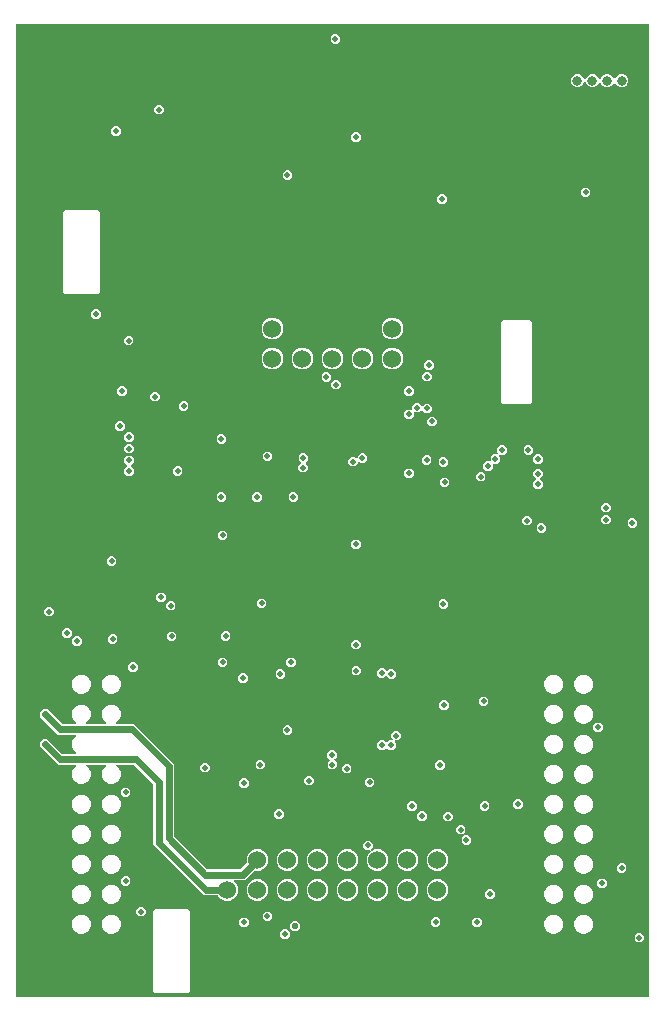
<source format=gbr>
G04 EAGLE Gerber RS-274X export*
G75*
%MOMM*%
%FSLAX34Y34*%
%LPD*%
%INCopper Layer 2*%
%IPPOS*%
%AMOC8*
5,1,8,0,0,1.08239X$1,22.5*%
G01*
%ADD10C,1.524000*%
%ADD11C,0.838200*%
%ADD12C,0.500000*%
%ADD13C,0.609600*%
%ADD14C,0.550000*%

G36*
X267258Y-162996D02*
X267258Y-162996D01*
X267277Y-162998D01*
X267379Y-162976D01*
X267481Y-162960D01*
X267498Y-162950D01*
X267518Y-162946D01*
X267607Y-162893D01*
X267698Y-162844D01*
X267712Y-162830D01*
X267729Y-162820D01*
X267796Y-162741D01*
X267868Y-162666D01*
X267876Y-162648D01*
X267889Y-162633D01*
X267928Y-162537D01*
X267971Y-162443D01*
X267973Y-162423D01*
X267981Y-162405D01*
X267999Y-162238D01*
X267999Y659738D01*
X267996Y659758D01*
X267998Y659777D01*
X267976Y659879D01*
X267960Y659981D01*
X267950Y659998D01*
X267946Y660018D01*
X267893Y660107D01*
X267844Y660198D01*
X267830Y660212D01*
X267820Y660229D01*
X267741Y660296D01*
X267666Y660368D01*
X267648Y660376D01*
X267633Y660389D01*
X267537Y660428D01*
X267443Y660471D01*
X267423Y660473D01*
X267405Y660481D01*
X267238Y660499D01*
X-267238Y660499D01*
X-267258Y660496D01*
X-267277Y660498D01*
X-267379Y660476D01*
X-267481Y660460D01*
X-267498Y660450D01*
X-267518Y660446D01*
X-267607Y660393D01*
X-267698Y660344D01*
X-267712Y660330D01*
X-267729Y660320D01*
X-267796Y660241D01*
X-267868Y660166D01*
X-267876Y660148D01*
X-267889Y660133D01*
X-267928Y660037D01*
X-267971Y659943D01*
X-267973Y659923D01*
X-267981Y659905D01*
X-267999Y659738D01*
X-267999Y-162238D01*
X-267996Y-162258D01*
X-267998Y-162277D01*
X-267976Y-162379D01*
X-267960Y-162481D01*
X-267950Y-162498D01*
X-267946Y-162518D01*
X-267893Y-162607D01*
X-267844Y-162698D01*
X-267830Y-162712D01*
X-267820Y-162729D01*
X-267741Y-162796D01*
X-267666Y-162868D01*
X-267648Y-162876D01*
X-267633Y-162889D01*
X-267537Y-162928D01*
X-267443Y-162971D01*
X-267423Y-162973D01*
X-267405Y-162981D01*
X-267238Y-162999D01*
X267238Y-162999D01*
X267258Y-162996D01*
G37*
%LPC*%
G36*
X-90719Y-81845D02*
X-90719Y-81845D01*
X-94080Y-80453D01*
X-96653Y-77880D01*
X-96709Y-77743D01*
X-96771Y-77643D01*
X-96831Y-77543D01*
X-96836Y-77539D01*
X-96839Y-77534D01*
X-96929Y-77459D01*
X-97018Y-77383D01*
X-97024Y-77381D01*
X-97028Y-77377D01*
X-97137Y-77335D01*
X-97246Y-77291D01*
X-97253Y-77290D01*
X-97258Y-77289D01*
X-97276Y-77288D01*
X-97413Y-77273D01*
X-108794Y-77273D01*
X-151573Y-34494D01*
X-151573Y16791D01*
X-151587Y16881D01*
X-151595Y16972D01*
X-151607Y17001D01*
X-151612Y17033D01*
X-151655Y17114D01*
X-151691Y17198D01*
X-151717Y17230D01*
X-151728Y17251D01*
X-151751Y17273D01*
X-151796Y17329D01*
X-167671Y33204D01*
X-167745Y33257D01*
X-167815Y33317D01*
X-167845Y33329D01*
X-167871Y33348D01*
X-167958Y33375D01*
X-168043Y33409D01*
X-168084Y33413D01*
X-168106Y33420D01*
X-168138Y33419D01*
X-168209Y33427D01*
X-182175Y33427D01*
X-182245Y33416D01*
X-182317Y33414D01*
X-182366Y33396D01*
X-182417Y33388D01*
X-182481Y33354D01*
X-182548Y33329D01*
X-182589Y33297D01*
X-182635Y33272D01*
X-182684Y33220D01*
X-182740Y33176D01*
X-182768Y33132D01*
X-182804Y33094D01*
X-182834Y33029D01*
X-182873Y32969D01*
X-182886Y32918D01*
X-182908Y32871D01*
X-182916Y32800D01*
X-182933Y32730D01*
X-182929Y32678D01*
X-182935Y32627D01*
X-182920Y32556D01*
X-182914Y32485D01*
X-182894Y32437D01*
X-182883Y32386D01*
X-182846Y32325D01*
X-182818Y32259D01*
X-182773Y32203D01*
X-182757Y32175D01*
X-182739Y32160D01*
X-182735Y32155D01*
X-182732Y32151D01*
X-182730Y32149D01*
X-182713Y32128D01*
X-180517Y29932D01*
X-179299Y26991D01*
X-179299Y23809D01*
X-180517Y20868D01*
X-182768Y18617D01*
X-185709Y17399D01*
X-188891Y17399D01*
X-191832Y18617D01*
X-194083Y20868D01*
X-195301Y23809D01*
X-195301Y26991D01*
X-194083Y29932D01*
X-191887Y32128D01*
X-191845Y32186D01*
X-191796Y32238D01*
X-191774Y32285D01*
X-191743Y32327D01*
X-191722Y32396D01*
X-191692Y32461D01*
X-191686Y32513D01*
X-191671Y32563D01*
X-191673Y32634D01*
X-191665Y32705D01*
X-191676Y32756D01*
X-191677Y32808D01*
X-191702Y32876D01*
X-191717Y32946D01*
X-191744Y32991D01*
X-191762Y33039D01*
X-191807Y33095D01*
X-191843Y33157D01*
X-191883Y33191D01*
X-191916Y33231D01*
X-191976Y33270D01*
X-192030Y33317D01*
X-192079Y33336D01*
X-192123Y33364D01*
X-192192Y33382D01*
X-192259Y33409D01*
X-192330Y33417D01*
X-192361Y33425D01*
X-192384Y33423D01*
X-192425Y33427D01*
X-207575Y33427D01*
X-207645Y33416D01*
X-207717Y33414D01*
X-207766Y33396D01*
X-207817Y33388D01*
X-207881Y33354D01*
X-207948Y33329D01*
X-207989Y33297D01*
X-208035Y33272D01*
X-208084Y33220D01*
X-208140Y33176D01*
X-208168Y33132D01*
X-208204Y33094D01*
X-208234Y33029D01*
X-208273Y32969D01*
X-208286Y32918D01*
X-208308Y32871D01*
X-208316Y32800D01*
X-208333Y32730D01*
X-208329Y32678D01*
X-208335Y32627D01*
X-208320Y32556D01*
X-208314Y32485D01*
X-208294Y32437D01*
X-208283Y32386D01*
X-208246Y32325D01*
X-208218Y32259D01*
X-208173Y32203D01*
X-208157Y32175D01*
X-208139Y32160D01*
X-208135Y32155D01*
X-208132Y32151D01*
X-208130Y32149D01*
X-208113Y32128D01*
X-205917Y29932D01*
X-204699Y26991D01*
X-204699Y23809D01*
X-205917Y20868D01*
X-208168Y18617D01*
X-211109Y17399D01*
X-214291Y17399D01*
X-217232Y18617D01*
X-219483Y20868D01*
X-220701Y23809D01*
X-220701Y26991D01*
X-219483Y29932D01*
X-217287Y32128D01*
X-217245Y32186D01*
X-217196Y32238D01*
X-217174Y32285D01*
X-217143Y32327D01*
X-217122Y32396D01*
X-217092Y32461D01*
X-217086Y32513D01*
X-217071Y32563D01*
X-217073Y32634D01*
X-217065Y32705D01*
X-217076Y32756D01*
X-217077Y32808D01*
X-217102Y32876D01*
X-217117Y32946D01*
X-217144Y32991D01*
X-217162Y33039D01*
X-217207Y33095D01*
X-217243Y33157D01*
X-217283Y33191D01*
X-217316Y33231D01*
X-217376Y33270D01*
X-217430Y33317D01*
X-217479Y33336D01*
X-217523Y33364D01*
X-217592Y33382D01*
X-217659Y33409D01*
X-217730Y33417D01*
X-217761Y33425D01*
X-217784Y33423D01*
X-217825Y33427D01*
X-232124Y33427D01*
X-247803Y49106D01*
X-247803Y52894D01*
X-245124Y55573D01*
X-241336Y55573D01*
X-228559Y42796D01*
X-228485Y42743D01*
X-228415Y42683D01*
X-228385Y42671D01*
X-228359Y42652D01*
X-228272Y42625D01*
X-228187Y42591D01*
X-228146Y42587D01*
X-228124Y42580D01*
X-228092Y42581D01*
X-228021Y42573D01*
X-217572Y42573D01*
X-217476Y42588D01*
X-217378Y42598D01*
X-217354Y42608D01*
X-217329Y42612D01*
X-217243Y42658D01*
X-217154Y42698D01*
X-217134Y42715D01*
X-217111Y42728D01*
X-217044Y42798D01*
X-216973Y42864D01*
X-216960Y42887D01*
X-216942Y42906D01*
X-216901Y42994D01*
X-216854Y43080D01*
X-216849Y43105D01*
X-216838Y43129D01*
X-216828Y43226D01*
X-216810Y43322D01*
X-216814Y43348D01*
X-216811Y43373D01*
X-216832Y43469D01*
X-216846Y43565D01*
X-216858Y43588D01*
X-216864Y43614D01*
X-216914Y43697D01*
X-216958Y43784D01*
X-216976Y43803D01*
X-216990Y43825D01*
X-217064Y43888D01*
X-217133Y43957D01*
X-217162Y43972D01*
X-217177Y43985D01*
X-217207Y43997D01*
X-217218Y44003D01*
X-219483Y46268D01*
X-220701Y49209D01*
X-220701Y52391D01*
X-219483Y55332D01*
X-217187Y57628D01*
X-217145Y57686D01*
X-217096Y57738D01*
X-217074Y57785D01*
X-217043Y57827D01*
X-217022Y57896D01*
X-216992Y57961D01*
X-216986Y58013D01*
X-216971Y58063D01*
X-216973Y58134D01*
X-216965Y58205D01*
X-216976Y58256D01*
X-216977Y58308D01*
X-217002Y58376D01*
X-217017Y58446D01*
X-217044Y58491D01*
X-217062Y58539D01*
X-217107Y58595D01*
X-217143Y58657D01*
X-217183Y58691D01*
X-217216Y58731D01*
X-217276Y58770D01*
X-217330Y58817D01*
X-217379Y58836D01*
X-217423Y58864D01*
X-217492Y58882D01*
X-217559Y58909D01*
X-217630Y58917D01*
X-217661Y58925D01*
X-217684Y58923D01*
X-217725Y58927D01*
X-232624Y58927D01*
X-247803Y74106D01*
X-247803Y77894D01*
X-245124Y80573D01*
X-241336Y80573D01*
X-229059Y68296D01*
X-228985Y68243D01*
X-228915Y68183D01*
X-228885Y68171D01*
X-228859Y68152D01*
X-228772Y68125D01*
X-228687Y68091D01*
X-228646Y68087D01*
X-228624Y68080D01*
X-228592Y68081D01*
X-228521Y68073D01*
X-217725Y68073D01*
X-217655Y68084D01*
X-217583Y68086D01*
X-217534Y68104D01*
X-217483Y68112D01*
X-217419Y68146D01*
X-217352Y68171D01*
X-217311Y68203D01*
X-217265Y68228D01*
X-217216Y68280D01*
X-217160Y68324D01*
X-217132Y68368D01*
X-217096Y68406D01*
X-217066Y68471D01*
X-217027Y68531D01*
X-217014Y68582D01*
X-216992Y68629D01*
X-216984Y68700D01*
X-216967Y68770D01*
X-216971Y68822D01*
X-216965Y68873D01*
X-216980Y68944D01*
X-216986Y69015D01*
X-217006Y69063D01*
X-217017Y69114D01*
X-217054Y69175D01*
X-217082Y69241D01*
X-217127Y69297D01*
X-217143Y69325D01*
X-217161Y69340D01*
X-217187Y69372D01*
X-219483Y71668D01*
X-220701Y74609D01*
X-220701Y77791D01*
X-219483Y80732D01*
X-217232Y82983D01*
X-214291Y84201D01*
X-211109Y84201D01*
X-208168Y82983D01*
X-205917Y80732D01*
X-204699Y77791D01*
X-204699Y74609D01*
X-205917Y71668D01*
X-208213Y69372D01*
X-208255Y69314D01*
X-208304Y69262D01*
X-208326Y69215D01*
X-208357Y69173D01*
X-208378Y69104D01*
X-208408Y69039D01*
X-208414Y68987D01*
X-208429Y68937D01*
X-208427Y68866D01*
X-208435Y68795D01*
X-208424Y68744D01*
X-208423Y68692D01*
X-208398Y68624D01*
X-208383Y68554D01*
X-208356Y68509D01*
X-208338Y68461D01*
X-208293Y68405D01*
X-208257Y68343D01*
X-208217Y68309D01*
X-208184Y68269D01*
X-208124Y68230D01*
X-208070Y68183D01*
X-208021Y68164D01*
X-207977Y68136D01*
X-207908Y68118D01*
X-207841Y68091D01*
X-207770Y68083D01*
X-207739Y68075D01*
X-207716Y68077D01*
X-207675Y68073D01*
X-192325Y68073D01*
X-192255Y68084D01*
X-192183Y68086D01*
X-192134Y68104D01*
X-192083Y68112D01*
X-192019Y68146D01*
X-191952Y68171D01*
X-191911Y68203D01*
X-191865Y68228D01*
X-191816Y68280D01*
X-191760Y68324D01*
X-191732Y68368D01*
X-191696Y68406D01*
X-191666Y68471D01*
X-191627Y68531D01*
X-191614Y68582D01*
X-191592Y68629D01*
X-191584Y68700D01*
X-191567Y68770D01*
X-191571Y68822D01*
X-191565Y68873D01*
X-191580Y68944D01*
X-191586Y69015D01*
X-191606Y69063D01*
X-191617Y69114D01*
X-191654Y69175D01*
X-191682Y69241D01*
X-191727Y69297D01*
X-191743Y69325D01*
X-191761Y69340D01*
X-191787Y69372D01*
X-194083Y71668D01*
X-195301Y74609D01*
X-195301Y77791D01*
X-194083Y80732D01*
X-191832Y82983D01*
X-188891Y84201D01*
X-185709Y84201D01*
X-182768Y82983D01*
X-180517Y80732D01*
X-179299Y77791D01*
X-179299Y74609D01*
X-180517Y71668D01*
X-182813Y69372D01*
X-182855Y69314D01*
X-182904Y69262D01*
X-182926Y69215D01*
X-182957Y69173D01*
X-182978Y69104D01*
X-183008Y69039D01*
X-183014Y68987D01*
X-183029Y68937D01*
X-183027Y68866D01*
X-183035Y68795D01*
X-183024Y68744D01*
X-183023Y68692D01*
X-182998Y68624D01*
X-182983Y68554D01*
X-182956Y68509D01*
X-182938Y68461D01*
X-182893Y68405D01*
X-182857Y68343D01*
X-182817Y68309D01*
X-182784Y68269D01*
X-182724Y68230D01*
X-182670Y68183D01*
X-182621Y68164D01*
X-182577Y68136D01*
X-182508Y68118D01*
X-182441Y68091D01*
X-182370Y68083D01*
X-182339Y68075D01*
X-182316Y68077D01*
X-182275Y68073D01*
X-167606Y68073D01*
X-133927Y34394D01*
X-133927Y-26591D01*
X-133913Y-26681D01*
X-133905Y-26772D01*
X-133893Y-26801D01*
X-133888Y-26833D01*
X-133845Y-26914D01*
X-133809Y-26998D01*
X-133783Y-27030D01*
X-133772Y-27051D01*
X-133749Y-27073D01*
X-133704Y-27129D01*
X-105829Y-55004D01*
X-105755Y-55057D01*
X-105685Y-55117D01*
X-105655Y-55129D01*
X-105629Y-55148D01*
X-105542Y-55175D01*
X-105457Y-55209D01*
X-105416Y-55213D01*
X-105394Y-55220D01*
X-105362Y-55219D01*
X-105291Y-55227D01*
X-78209Y-55227D01*
X-78119Y-55213D01*
X-78028Y-55205D01*
X-77999Y-55193D01*
X-77967Y-55188D01*
X-77886Y-55145D01*
X-77802Y-55109D01*
X-77770Y-55083D01*
X-77749Y-55072D01*
X-77727Y-55049D01*
X-77671Y-55004D01*
X-72753Y-50086D01*
X-72707Y-50022D01*
X-72687Y-50001D01*
X-72678Y-49983D01*
X-72615Y-49897D01*
X-72613Y-49891D01*
X-72609Y-49886D01*
X-72575Y-49775D01*
X-72539Y-49663D01*
X-72539Y-49657D01*
X-72537Y-49651D01*
X-72540Y-49534D01*
X-72541Y-49418D01*
X-72543Y-49410D01*
X-72543Y-49405D01*
X-72550Y-49388D01*
X-72588Y-49256D01*
X-72645Y-49119D01*
X-72645Y-45481D01*
X-71253Y-42120D01*
X-68680Y-39547D01*
X-65319Y-38155D01*
X-61681Y-38155D01*
X-58320Y-39547D01*
X-55747Y-42120D01*
X-54355Y-45481D01*
X-54355Y-49119D01*
X-55747Y-52480D01*
X-58320Y-55053D01*
X-61681Y-56445D01*
X-65319Y-56445D01*
X-65456Y-56388D01*
X-65569Y-56361D01*
X-65684Y-56333D01*
X-65690Y-56333D01*
X-65696Y-56332D01*
X-65812Y-56343D01*
X-65929Y-56352D01*
X-65934Y-56354D01*
X-65941Y-56355D01*
X-66049Y-56403D01*
X-66155Y-56448D01*
X-66161Y-56453D01*
X-66165Y-56455D01*
X-66180Y-56468D01*
X-66286Y-56553D01*
X-71204Y-61471D01*
X-74106Y-64373D01*
X-82457Y-64373D01*
X-82528Y-64384D01*
X-82599Y-64386D01*
X-82648Y-64404D01*
X-82700Y-64412D01*
X-82763Y-64446D01*
X-82830Y-64471D01*
X-82871Y-64503D01*
X-82917Y-64528D01*
X-82966Y-64580D01*
X-83022Y-64624D01*
X-83051Y-64668D01*
X-83086Y-64706D01*
X-83117Y-64771D01*
X-83155Y-64831D01*
X-83168Y-64882D01*
X-83190Y-64929D01*
X-83198Y-65000D01*
X-83215Y-65070D01*
X-83211Y-65122D01*
X-83217Y-65173D01*
X-83202Y-65244D01*
X-83196Y-65315D01*
X-83176Y-65363D01*
X-83165Y-65414D01*
X-83128Y-65475D01*
X-83100Y-65541D01*
X-83055Y-65597D01*
X-83039Y-65625D01*
X-83021Y-65640D01*
X-82995Y-65672D01*
X-81147Y-67520D01*
X-79755Y-70881D01*
X-79755Y-74519D01*
X-81147Y-77880D01*
X-83720Y-80453D01*
X-87081Y-81845D01*
X-90719Y-81845D01*
G37*
%LPD*%
%LPC*%
G36*
X-150355Y-160271D02*
X-150355Y-160271D01*
X-152271Y-158355D01*
X-152271Y-90645D01*
X-150355Y-88729D01*
X-122645Y-88729D01*
X-120729Y-90645D01*
X-120729Y-158355D01*
X-122645Y-160271D01*
X-150355Y-160271D01*
G37*
%LPD*%
%LPC*%
G36*
X-226355Y431729D02*
X-226355Y431729D01*
X-228271Y433645D01*
X-228271Y501355D01*
X-226355Y503271D01*
X-198645Y503271D01*
X-196729Y501355D01*
X-196729Y433645D01*
X-198645Y431729D01*
X-226355Y431729D01*
G37*
%LPD*%
%LPC*%
G36*
X144645Y338729D02*
X144645Y338729D01*
X142729Y340645D01*
X142729Y408355D01*
X144645Y410271D01*
X167355Y410271D01*
X169271Y408355D01*
X169271Y340645D01*
X167355Y338729D01*
X144645Y338729D01*
G37*
%LPD*%
%LPC*%
G36*
X206271Y606784D02*
X206271Y606784D01*
X204170Y607654D01*
X202562Y609262D01*
X201692Y611363D01*
X201692Y613637D01*
X202562Y615738D01*
X204170Y617346D01*
X206271Y618216D01*
X208545Y618216D01*
X210646Y617346D01*
X212254Y615738D01*
X213055Y613804D01*
X213093Y613743D01*
X213122Y613677D01*
X213157Y613639D01*
X213184Y613595D01*
X213240Y613549D01*
X213288Y613496D01*
X213334Y613471D01*
X213374Y613438D01*
X213441Y613412D01*
X213504Y613377D01*
X213555Y613368D01*
X213603Y613350D01*
X213675Y613346D01*
X213746Y613334D01*
X213797Y613341D01*
X213849Y613339D01*
X213918Y613359D01*
X213989Y613370D01*
X214035Y613393D01*
X214085Y613408D01*
X214144Y613448D01*
X214208Y613481D01*
X214245Y613518D01*
X214287Y613548D01*
X214330Y613605D01*
X214380Y613657D01*
X214415Y613719D01*
X214434Y613745D01*
X214441Y613768D01*
X214461Y613804D01*
X215262Y615738D01*
X216870Y617346D01*
X218971Y618216D01*
X221245Y618216D01*
X223346Y617346D01*
X224954Y615738D01*
X225628Y614110D01*
X225666Y614049D01*
X225695Y613984D01*
X225730Y613945D01*
X225757Y613901D01*
X225813Y613855D01*
X225861Y613803D01*
X225907Y613777D01*
X225947Y613744D01*
X226014Y613719D01*
X226077Y613684D01*
X226128Y613675D01*
X226176Y613656D01*
X226248Y613653D01*
X226319Y613640D01*
X226370Y613648D01*
X226422Y613646D01*
X226491Y613666D01*
X226562Y613676D01*
X226608Y613700D01*
X226658Y613714D01*
X226717Y613755D01*
X226781Y613788D01*
X226818Y613825D01*
X226860Y613854D01*
X226903Y613912D01*
X226953Y613963D01*
X226988Y614026D01*
X227007Y614052D01*
X227014Y614074D01*
X227034Y614110D01*
X227708Y615738D01*
X229316Y617346D01*
X231417Y618216D01*
X233691Y618216D01*
X235792Y617346D01*
X237400Y615738D01*
X238074Y614110D01*
X238112Y614049D01*
X238141Y613984D01*
X238176Y613945D01*
X238203Y613901D01*
X238259Y613855D01*
X238307Y613803D01*
X238353Y613777D01*
X238393Y613744D01*
X238460Y613719D01*
X238523Y613684D01*
X238574Y613675D01*
X238622Y613656D01*
X238694Y613653D01*
X238765Y613640D01*
X238816Y613648D01*
X238868Y613646D01*
X238937Y613666D01*
X239008Y613676D01*
X239054Y613700D01*
X239104Y613714D01*
X239163Y613755D01*
X239227Y613788D01*
X239264Y613825D01*
X239306Y613854D01*
X239349Y613912D01*
X239399Y613963D01*
X239434Y614026D01*
X239453Y614052D01*
X239460Y614074D01*
X239480Y614110D01*
X240154Y615738D01*
X241762Y617346D01*
X243863Y618216D01*
X246137Y618216D01*
X248238Y617346D01*
X249846Y615738D01*
X250716Y613637D01*
X250716Y611363D01*
X249846Y609262D01*
X248238Y607654D01*
X246137Y606784D01*
X243863Y606784D01*
X241762Y607654D01*
X240154Y609262D01*
X239480Y610890D01*
X239442Y610951D01*
X239413Y611016D01*
X239378Y611055D01*
X239351Y611099D01*
X239295Y611145D01*
X239247Y611197D01*
X239201Y611222D01*
X239161Y611256D01*
X239094Y611281D01*
X239031Y611316D01*
X238980Y611325D01*
X238932Y611344D01*
X238860Y611347D01*
X238789Y611360D01*
X238738Y611352D01*
X238686Y611354D01*
X238617Y611334D01*
X238546Y611324D01*
X238500Y611300D01*
X238450Y611286D01*
X238391Y611245D01*
X238327Y611212D01*
X238290Y611175D01*
X238248Y611146D01*
X238205Y611088D01*
X238155Y611037D01*
X238120Y610974D01*
X238101Y610948D01*
X238094Y610926D01*
X238074Y610890D01*
X237400Y609262D01*
X235792Y607654D01*
X233691Y606784D01*
X231417Y606784D01*
X229316Y607654D01*
X227708Y609262D01*
X227034Y610890D01*
X226996Y610951D01*
X226967Y611016D01*
X226932Y611055D01*
X226905Y611099D01*
X226849Y611145D01*
X226801Y611197D01*
X226755Y611222D01*
X226715Y611256D01*
X226648Y611281D01*
X226585Y611316D01*
X226534Y611325D01*
X226486Y611344D01*
X226414Y611347D01*
X226343Y611360D01*
X226292Y611352D01*
X226240Y611354D01*
X226171Y611334D01*
X226100Y611324D01*
X226054Y611300D01*
X226004Y611286D01*
X225945Y611245D01*
X225881Y611212D01*
X225844Y611175D01*
X225802Y611146D01*
X225759Y611088D01*
X225709Y611037D01*
X225674Y610974D01*
X225655Y610948D01*
X225648Y610926D01*
X225628Y610890D01*
X224954Y609262D01*
X223346Y607654D01*
X221245Y606784D01*
X218971Y606784D01*
X216870Y607654D01*
X215262Y609262D01*
X214461Y611196D01*
X214423Y611257D01*
X214394Y611323D01*
X214359Y611361D01*
X214332Y611405D01*
X214276Y611451D01*
X214228Y611504D01*
X214182Y611529D01*
X214142Y611562D01*
X214075Y611588D01*
X214012Y611623D01*
X213961Y611632D01*
X213913Y611650D01*
X213841Y611654D01*
X213770Y611666D01*
X213719Y611659D01*
X213667Y611661D01*
X213598Y611641D01*
X213527Y611630D01*
X213481Y611607D01*
X213431Y611592D01*
X213372Y611552D01*
X213308Y611519D01*
X213271Y611482D01*
X213229Y611452D01*
X213186Y611395D01*
X213136Y611343D01*
X213101Y611281D01*
X213082Y611255D01*
X213075Y611232D01*
X213055Y611196D01*
X212254Y609262D01*
X210646Y607654D01*
X208545Y606784D01*
X206271Y606784D01*
G37*
%LPD*%
%LPC*%
G36*
X36281Y-56445D02*
X36281Y-56445D01*
X32920Y-55053D01*
X30347Y-52480D01*
X28955Y-49119D01*
X28955Y-45481D01*
X30347Y-42120D01*
X32143Y-40324D01*
X32185Y-40266D01*
X32234Y-40214D01*
X32256Y-40167D01*
X32287Y-40125D01*
X32308Y-40056D01*
X32338Y-39991D01*
X32344Y-39939D01*
X32359Y-39889D01*
X32357Y-39818D01*
X32365Y-39747D01*
X32354Y-39696D01*
X32353Y-39644D01*
X32328Y-39576D01*
X32313Y-39506D01*
X32286Y-39461D01*
X32268Y-39413D01*
X32223Y-39357D01*
X32187Y-39295D01*
X32147Y-39261D01*
X32115Y-39221D01*
X32054Y-39182D01*
X32000Y-39135D01*
X31951Y-39116D01*
X31908Y-39088D01*
X31838Y-39070D01*
X31772Y-39043D01*
X31700Y-39035D01*
X31669Y-39027D01*
X31646Y-39029D01*
X31605Y-39025D01*
X28333Y-39025D01*
X25975Y-36667D01*
X25975Y-33333D01*
X28333Y-30975D01*
X31667Y-30975D01*
X34025Y-33333D01*
X34025Y-36667D01*
X32595Y-38097D01*
X32538Y-38176D01*
X32476Y-38251D01*
X32467Y-38275D01*
X32451Y-38297D01*
X32423Y-38390D01*
X32388Y-38481D01*
X32387Y-38507D01*
X32379Y-38532D01*
X32382Y-38629D01*
X32377Y-38726D01*
X32385Y-38751D01*
X32385Y-38778D01*
X32419Y-38869D01*
X32446Y-38963D01*
X32461Y-38984D01*
X32470Y-39009D01*
X32531Y-39085D01*
X32586Y-39165D01*
X32607Y-39180D01*
X32624Y-39201D01*
X32705Y-39253D01*
X32784Y-39311D01*
X32808Y-39319D01*
X32830Y-39334D01*
X32925Y-39357D01*
X33017Y-39388D01*
X33044Y-39387D01*
X33069Y-39394D01*
X33166Y-39386D01*
X33263Y-39385D01*
X33295Y-39376D01*
X33314Y-39375D01*
X33345Y-39362D01*
X33425Y-39338D01*
X36281Y-38155D01*
X39919Y-38155D01*
X43280Y-39547D01*
X45853Y-42120D01*
X47245Y-45481D01*
X47245Y-49119D01*
X45853Y-52480D01*
X43280Y-55053D01*
X39919Y-56445D01*
X36281Y-56445D01*
G37*
%LPD*%
%LPC*%
G36*
X-39919Y-56445D02*
X-39919Y-56445D01*
X-43280Y-55053D01*
X-45853Y-52480D01*
X-47245Y-49119D01*
X-47245Y-45481D01*
X-45853Y-42120D01*
X-43280Y-39547D01*
X-39919Y-38155D01*
X-36281Y-38155D01*
X-32920Y-39547D01*
X-30347Y-42120D01*
X-28955Y-45481D01*
X-28955Y-49119D01*
X-30347Y-52480D01*
X-32920Y-55053D01*
X-36281Y-56445D01*
X-39919Y-56445D01*
G37*
%LPD*%
%LPC*%
G36*
X-14519Y-56445D02*
X-14519Y-56445D01*
X-17880Y-55053D01*
X-20453Y-52480D01*
X-21845Y-49119D01*
X-21845Y-45481D01*
X-20453Y-42120D01*
X-17880Y-39547D01*
X-14519Y-38155D01*
X-10881Y-38155D01*
X-7520Y-39547D01*
X-4947Y-42120D01*
X-3555Y-45481D01*
X-3555Y-49119D01*
X-4947Y-52480D01*
X-7520Y-55053D01*
X-10881Y-56445D01*
X-14519Y-56445D01*
G37*
%LPD*%
%LPC*%
G36*
X10881Y-56445D02*
X10881Y-56445D01*
X7520Y-55053D01*
X4947Y-52480D01*
X3555Y-49119D01*
X3555Y-45481D01*
X4947Y-42120D01*
X7520Y-39547D01*
X10881Y-38155D01*
X14519Y-38155D01*
X17880Y-39547D01*
X20453Y-42120D01*
X21845Y-45481D01*
X21845Y-49119D01*
X20453Y-52480D01*
X17880Y-55053D01*
X14519Y-56445D01*
X10881Y-56445D01*
G37*
%LPD*%
%LPC*%
G36*
X-39919Y-81845D02*
X-39919Y-81845D01*
X-43280Y-80453D01*
X-45853Y-77880D01*
X-47245Y-74519D01*
X-47245Y-70881D01*
X-45853Y-67520D01*
X-43280Y-64947D01*
X-39919Y-63555D01*
X-36281Y-63555D01*
X-32920Y-64947D01*
X-30347Y-67520D01*
X-28955Y-70881D01*
X-28955Y-74519D01*
X-30347Y-77880D01*
X-32920Y-80453D01*
X-36281Y-81845D01*
X-39919Y-81845D01*
G37*
%LPD*%
%LPC*%
G36*
X-65319Y-81845D02*
X-65319Y-81845D01*
X-68680Y-80453D01*
X-71253Y-77880D01*
X-72645Y-74519D01*
X-72645Y-70881D01*
X-71253Y-67520D01*
X-68680Y-64947D01*
X-65319Y-63555D01*
X-61681Y-63555D01*
X-58320Y-64947D01*
X-55747Y-67520D01*
X-54355Y-70881D01*
X-54355Y-74519D01*
X-55747Y-77880D01*
X-58320Y-80453D01*
X-61681Y-81845D01*
X-65319Y-81845D01*
G37*
%LPD*%
%LPC*%
G36*
X48981Y393555D02*
X48981Y393555D01*
X45620Y394947D01*
X43047Y397520D01*
X41655Y400881D01*
X41655Y404519D01*
X43047Y407880D01*
X45620Y410453D01*
X48981Y411845D01*
X52619Y411845D01*
X55980Y410453D01*
X58553Y407880D01*
X59945Y404519D01*
X59945Y400881D01*
X58553Y397520D01*
X55980Y394947D01*
X52619Y393555D01*
X48981Y393555D01*
G37*
%LPD*%
%LPC*%
G36*
X-52619Y393555D02*
X-52619Y393555D01*
X-55980Y394947D01*
X-58553Y397520D01*
X-59945Y400881D01*
X-59945Y404519D01*
X-58553Y407880D01*
X-55980Y410453D01*
X-52619Y411845D01*
X-48981Y411845D01*
X-45620Y410453D01*
X-43047Y407880D01*
X-41655Y404519D01*
X-41655Y400881D01*
X-43047Y397520D01*
X-45620Y394947D01*
X-48981Y393555D01*
X-52619Y393555D01*
G37*
%LPD*%
%LPC*%
G36*
X-14519Y-81845D02*
X-14519Y-81845D01*
X-17880Y-80453D01*
X-20453Y-77880D01*
X-21845Y-74519D01*
X-21845Y-70881D01*
X-20453Y-67520D01*
X-17880Y-64947D01*
X-14519Y-63555D01*
X-10881Y-63555D01*
X-7520Y-64947D01*
X-4947Y-67520D01*
X-3555Y-70881D01*
X-3555Y-74519D01*
X-4947Y-77880D01*
X-7520Y-80453D01*
X-10881Y-81845D01*
X-14519Y-81845D01*
G37*
%LPD*%
%LPC*%
G36*
X48981Y368155D02*
X48981Y368155D01*
X45620Y369547D01*
X43047Y372120D01*
X41655Y375481D01*
X41655Y379119D01*
X43047Y382480D01*
X45620Y385053D01*
X48981Y386445D01*
X52619Y386445D01*
X55980Y385053D01*
X58553Y382480D01*
X59945Y379119D01*
X59945Y375481D01*
X58553Y372120D01*
X55980Y369547D01*
X52619Y368155D01*
X48981Y368155D01*
G37*
%LPD*%
%LPC*%
G36*
X23581Y368155D02*
X23581Y368155D01*
X20220Y369547D01*
X17647Y372120D01*
X16255Y375481D01*
X16255Y379119D01*
X17647Y382480D01*
X20220Y385053D01*
X23581Y386445D01*
X27219Y386445D01*
X30580Y385053D01*
X33153Y382480D01*
X34545Y379119D01*
X34545Y375481D01*
X33153Y372120D01*
X30580Y369547D01*
X27219Y368155D01*
X23581Y368155D01*
G37*
%LPD*%
%LPC*%
G36*
X-27219Y368155D02*
X-27219Y368155D01*
X-30580Y369547D01*
X-33153Y372120D01*
X-34545Y375481D01*
X-34545Y379119D01*
X-33153Y382480D01*
X-30580Y385053D01*
X-27219Y386445D01*
X-23581Y386445D01*
X-20220Y385053D01*
X-17647Y382480D01*
X-16255Y379119D01*
X-16255Y375481D01*
X-17647Y372120D01*
X-20220Y369547D01*
X-23581Y368155D01*
X-27219Y368155D01*
G37*
%LPD*%
%LPC*%
G36*
X-52619Y368155D02*
X-52619Y368155D01*
X-55980Y369547D01*
X-58553Y372120D01*
X-59945Y375481D01*
X-59945Y379119D01*
X-58553Y382480D01*
X-55980Y385053D01*
X-52619Y386445D01*
X-48981Y386445D01*
X-45620Y385053D01*
X-43047Y382480D01*
X-41655Y379119D01*
X-41655Y375481D01*
X-43047Y372120D01*
X-45620Y369547D01*
X-48981Y368155D01*
X-52619Y368155D01*
G37*
%LPD*%
%LPC*%
G36*
X10881Y-81845D02*
X10881Y-81845D01*
X7520Y-80453D01*
X4947Y-77880D01*
X3555Y-74519D01*
X3555Y-70881D01*
X4947Y-67520D01*
X7520Y-64947D01*
X10881Y-63555D01*
X14519Y-63555D01*
X17880Y-64947D01*
X20453Y-67520D01*
X21845Y-70881D01*
X21845Y-74519D01*
X20453Y-77880D01*
X17880Y-80453D01*
X14519Y-81845D01*
X10881Y-81845D01*
G37*
%LPD*%
%LPC*%
G36*
X36281Y-81845D02*
X36281Y-81845D01*
X32920Y-80453D01*
X30347Y-77880D01*
X28955Y-74519D01*
X28955Y-70881D01*
X30347Y-67520D01*
X32920Y-64947D01*
X36281Y-63555D01*
X39919Y-63555D01*
X43280Y-64947D01*
X45853Y-67520D01*
X47245Y-70881D01*
X47245Y-74519D01*
X45853Y-77880D01*
X43280Y-80453D01*
X39919Y-81845D01*
X36281Y-81845D01*
G37*
%LPD*%
%LPC*%
G36*
X61681Y-81845D02*
X61681Y-81845D01*
X58320Y-80453D01*
X55747Y-77880D01*
X54355Y-74519D01*
X54355Y-70881D01*
X55747Y-67520D01*
X58320Y-64947D01*
X61681Y-63555D01*
X65319Y-63555D01*
X68680Y-64947D01*
X71253Y-67520D01*
X72645Y-70881D01*
X72645Y-74519D01*
X71253Y-77880D01*
X68680Y-80453D01*
X65319Y-81845D01*
X61681Y-81845D01*
G37*
%LPD*%
%LPC*%
G36*
X87081Y-81845D02*
X87081Y-81845D01*
X83720Y-80453D01*
X81147Y-77880D01*
X79755Y-74519D01*
X79755Y-70881D01*
X81147Y-67520D01*
X83720Y-64947D01*
X87081Y-63555D01*
X90719Y-63555D01*
X94080Y-64947D01*
X96653Y-67520D01*
X98045Y-70881D01*
X98045Y-74519D01*
X96653Y-77880D01*
X94080Y-80453D01*
X90719Y-81845D01*
X87081Y-81845D01*
G37*
%LPD*%
%LPC*%
G36*
X61681Y-56445D02*
X61681Y-56445D01*
X58320Y-55053D01*
X55747Y-52480D01*
X54355Y-49119D01*
X54355Y-45481D01*
X55747Y-42120D01*
X58320Y-39547D01*
X61681Y-38155D01*
X65319Y-38155D01*
X68680Y-39547D01*
X71253Y-42120D01*
X72645Y-45481D01*
X72645Y-49119D01*
X71253Y-52480D01*
X68680Y-55053D01*
X65319Y-56445D01*
X61681Y-56445D01*
G37*
%LPD*%
%LPC*%
G36*
X87081Y-56445D02*
X87081Y-56445D01*
X83720Y-55053D01*
X81147Y-52480D01*
X79755Y-49119D01*
X79755Y-45481D01*
X81147Y-42120D01*
X83720Y-39547D01*
X87081Y-38155D01*
X90719Y-38155D01*
X94080Y-39547D01*
X96653Y-42120D01*
X98045Y-45481D01*
X98045Y-49119D01*
X96653Y-52480D01*
X94080Y-55053D01*
X90719Y-56445D01*
X87081Y-56445D01*
G37*
%LPD*%
%LPC*%
G36*
X-1819Y368155D02*
X-1819Y368155D01*
X-5180Y369547D01*
X-7753Y372120D01*
X-9145Y375481D01*
X-9145Y379119D01*
X-7753Y382480D01*
X-5180Y385053D01*
X-1819Y386445D01*
X1819Y386445D01*
X5180Y385053D01*
X7753Y382480D01*
X9145Y379119D01*
X9145Y375481D01*
X7753Y372120D01*
X5180Y369547D01*
X1819Y368155D01*
X-1819Y368155D01*
G37*
%LPD*%
%LPC*%
G36*
X185709Y17399D02*
X185709Y17399D01*
X182768Y18617D01*
X180517Y20868D01*
X179299Y23809D01*
X179299Y26991D01*
X180517Y29932D01*
X182768Y32183D01*
X185709Y33401D01*
X188891Y33401D01*
X191832Y32183D01*
X194083Y29932D01*
X195301Y26991D01*
X195301Y23809D01*
X194083Y20868D01*
X191832Y18617D01*
X188891Y17399D01*
X185709Y17399D01*
G37*
%LPD*%
%LPC*%
G36*
X-188891Y93599D02*
X-188891Y93599D01*
X-191832Y94817D01*
X-194083Y97068D01*
X-195301Y100009D01*
X-195301Y103191D01*
X-194083Y106132D01*
X-191832Y108383D01*
X-188891Y109601D01*
X-185709Y109601D01*
X-182768Y108383D01*
X-180517Y106132D01*
X-179299Y103191D01*
X-179299Y100009D01*
X-180517Y97068D01*
X-182768Y94817D01*
X-185709Y93599D01*
X-188891Y93599D01*
G37*
%LPD*%
%LPC*%
G36*
X-214291Y93599D02*
X-214291Y93599D01*
X-217232Y94817D01*
X-219483Y97068D01*
X-220701Y100009D01*
X-220701Y103191D01*
X-219483Y106132D01*
X-217232Y108383D01*
X-214291Y109601D01*
X-211109Y109601D01*
X-208168Y108383D01*
X-205917Y106132D01*
X-204699Y103191D01*
X-204699Y100009D01*
X-205917Y97068D01*
X-208168Y94817D01*
X-211109Y93599D01*
X-214291Y93599D01*
G37*
%LPD*%
%LPC*%
G36*
X211109Y68199D02*
X211109Y68199D01*
X208168Y69417D01*
X205917Y71668D01*
X204699Y74609D01*
X204699Y77791D01*
X205917Y80732D01*
X208168Y82983D01*
X211109Y84201D01*
X214291Y84201D01*
X217232Y82983D01*
X219483Y80732D01*
X220701Y77791D01*
X220701Y74609D01*
X219483Y71668D01*
X217232Y69417D01*
X214291Y68199D01*
X211109Y68199D01*
G37*
%LPD*%
%LPC*%
G36*
X185709Y68199D02*
X185709Y68199D01*
X182768Y69417D01*
X180517Y71668D01*
X179299Y74609D01*
X179299Y77791D01*
X180517Y80732D01*
X182768Y82983D01*
X185709Y84201D01*
X188891Y84201D01*
X191832Y82983D01*
X194083Y80732D01*
X195301Y77791D01*
X195301Y74609D01*
X194083Y71668D01*
X191832Y69417D01*
X188891Y68199D01*
X185709Y68199D01*
G37*
%LPD*%
%LPC*%
G36*
X211109Y42799D02*
X211109Y42799D01*
X208168Y44017D01*
X205917Y46268D01*
X204699Y49209D01*
X204699Y52391D01*
X205917Y55332D01*
X208168Y57583D01*
X211109Y58801D01*
X214291Y58801D01*
X217232Y57583D01*
X219483Y55332D01*
X220701Y52391D01*
X220701Y49209D01*
X219483Y46268D01*
X217232Y44017D01*
X214291Y42799D01*
X211109Y42799D01*
G37*
%LPD*%
%LPC*%
G36*
X185709Y42799D02*
X185709Y42799D01*
X182768Y44017D01*
X180517Y46268D01*
X179299Y49209D01*
X179299Y52391D01*
X180517Y55332D01*
X182768Y57583D01*
X185709Y58801D01*
X188891Y58801D01*
X191832Y57583D01*
X194083Y55332D01*
X195301Y52391D01*
X195301Y49209D01*
X194083Y46268D01*
X191832Y44017D01*
X188891Y42799D01*
X185709Y42799D01*
G37*
%LPD*%
%LPC*%
G36*
X211109Y17399D02*
X211109Y17399D01*
X208168Y18617D01*
X205917Y20868D01*
X204699Y23809D01*
X204699Y26991D01*
X205917Y29932D01*
X208168Y32183D01*
X211109Y33401D01*
X214291Y33401D01*
X217232Y32183D01*
X219483Y29932D01*
X220701Y26991D01*
X220701Y23809D01*
X219483Y20868D01*
X217232Y18617D01*
X214291Y17399D01*
X211109Y17399D01*
G37*
%LPD*%
%LPC*%
G36*
X-188891Y-33401D02*
X-188891Y-33401D01*
X-191832Y-32183D01*
X-194083Y-29932D01*
X-195301Y-26991D01*
X-195301Y-23809D01*
X-194083Y-20868D01*
X-191832Y-18617D01*
X-188891Y-17399D01*
X-185709Y-17399D01*
X-182768Y-18617D01*
X-180517Y-20868D01*
X-179299Y-23809D01*
X-179299Y-26991D01*
X-180517Y-29932D01*
X-182768Y-32183D01*
X-185709Y-33401D01*
X-188891Y-33401D01*
G37*
%LPD*%
%LPC*%
G36*
X-214291Y-33401D02*
X-214291Y-33401D01*
X-217232Y-32183D01*
X-219483Y-29932D01*
X-220701Y-26991D01*
X-220701Y-23809D01*
X-219483Y-20868D01*
X-217232Y-18617D01*
X-214291Y-17399D01*
X-211109Y-17399D01*
X-208168Y-18617D01*
X-205917Y-20868D01*
X-204699Y-23809D01*
X-204699Y-26991D01*
X-205917Y-29932D01*
X-208168Y-32183D01*
X-211109Y-33401D01*
X-214291Y-33401D01*
G37*
%LPD*%
%LPC*%
G36*
X211109Y-33401D02*
X211109Y-33401D01*
X208168Y-32183D01*
X205917Y-29932D01*
X204699Y-26991D01*
X204699Y-23809D01*
X205917Y-20868D01*
X208168Y-18617D01*
X211109Y-17399D01*
X214291Y-17399D01*
X217232Y-18617D01*
X219483Y-20868D01*
X220701Y-23809D01*
X220701Y-26991D01*
X219483Y-29932D01*
X217232Y-32183D01*
X214291Y-33401D01*
X211109Y-33401D01*
G37*
%LPD*%
%LPC*%
G36*
X185709Y-33401D02*
X185709Y-33401D01*
X182768Y-32183D01*
X180517Y-29932D01*
X179299Y-26991D01*
X179299Y-23809D01*
X180517Y-20868D01*
X182768Y-18617D01*
X185709Y-17399D01*
X188891Y-17399D01*
X191832Y-18617D01*
X194083Y-20868D01*
X195301Y-23809D01*
X195301Y-26991D01*
X194083Y-29932D01*
X191832Y-32183D01*
X188891Y-33401D01*
X185709Y-33401D01*
G37*
%LPD*%
%LPC*%
G36*
X211109Y-58801D02*
X211109Y-58801D01*
X208168Y-57583D01*
X205917Y-55332D01*
X204699Y-52391D01*
X204699Y-49209D01*
X205917Y-46268D01*
X208168Y-44017D01*
X211109Y-42799D01*
X214291Y-42799D01*
X217232Y-44017D01*
X219483Y-46268D01*
X220701Y-49209D01*
X220701Y-52391D01*
X219483Y-55332D01*
X217232Y-57583D01*
X214291Y-58801D01*
X211109Y-58801D01*
G37*
%LPD*%
%LPC*%
G36*
X185709Y-58801D02*
X185709Y-58801D01*
X182768Y-57583D01*
X180517Y-55332D01*
X179299Y-52391D01*
X179299Y-49209D01*
X180517Y-46268D01*
X182768Y-44017D01*
X185709Y-42799D01*
X188891Y-42799D01*
X191832Y-44017D01*
X194083Y-46268D01*
X195301Y-49209D01*
X195301Y-52391D01*
X194083Y-55332D01*
X191832Y-57583D01*
X188891Y-58801D01*
X185709Y-58801D01*
G37*
%LPD*%
%LPC*%
G36*
X-188891Y-58801D02*
X-188891Y-58801D01*
X-191832Y-57583D01*
X-194083Y-55332D01*
X-195301Y-52391D01*
X-195301Y-49209D01*
X-194083Y-46268D01*
X-191832Y-44017D01*
X-188891Y-42799D01*
X-185709Y-42799D01*
X-182768Y-44017D01*
X-180517Y-46268D01*
X-179299Y-49209D01*
X-179299Y-52391D01*
X-180517Y-55332D01*
X-182768Y-57583D01*
X-185709Y-58801D01*
X-188891Y-58801D01*
G37*
%LPD*%
%LPC*%
G36*
X-214291Y-58801D02*
X-214291Y-58801D01*
X-217232Y-57583D01*
X-219483Y-55332D01*
X-220701Y-52391D01*
X-220701Y-49209D01*
X-219483Y-46268D01*
X-217232Y-44017D01*
X-214291Y-42799D01*
X-211109Y-42799D01*
X-208168Y-44017D01*
X-205917Y-46268D01*
X-204699Y-49209D01*
X-204699Y-52391D01*
X-205917Y-55332D01*
X-208168Y-57583D01*
X-211109Y-58801D01*
X-214291Y-58801D01*
G37*
%LPD*%
%LPC*%
G36*
X211109Y-84201D02*
X211109Y-84201D01*
X208168Y-82983D01*
X205917Y-80732D01*
X204699Y-77791D01*
X204699Y-74609D01*
X205917Y-71668D01*
X208168Y-69417D01*
X211109Y-68199D01*
X214291Y-68199D01*
X217232Y-69417D01*
X219483Y-71668D01*
X220701Y-74609D01*
X220701Y-77791D01*
X219483Y-80732D01*
X217232Y-82983D01*
X214291Y-84201D01*
X211109Y-84201D01*
G37*
%LPD*%
%LPC*%
G36*
X185709Y-84201D02*
X185709Y-84201D01*
X182768Y-82983D01*
X180517Y-80732D01*
X179299Y-77791D01*
X179299Y-74609D01*
X180517Y-71668D01*
X182768Y-69417D01*
X185709Y-68199D01*
X188891Y-68199D01*
X191832Y-69417D01*
X194083Y-71668D01*
X195301Y-74609D01*
X195301Y-77791D01*
X194083Y-80732D01*
X191832Y-82983D01*
X188891Y-84201D01*
X185709Y-84201D01*
G37*
%LPD*%
%LPC*%
G36*
X-188891Y-84201D02*
X-188891Y-84201D01*
X-191832Y-82983D01*
X-194083Y-80732D01*
X-195301Y-77791D01*
X-195301Y-74609D01*
X-194083Y-71668D01*
X-191832Y-69417D01*
X-188891Y-68199D01*
X-185709Y-68199D01*
X-182768Y-69417D01*
X-180517Y-71668D01*
X-179299Y-74609D01*
X-179299Y-77791D01*
X-180517Y-80732D01*
X-182768Y-82983D01*
X-185709Y-84201D01*
X-188891Y-84201D01*
G37*
%LPD*%
%LPC*%
G36*
X-214291Y-84201D02*
X-214291Y-84201D01*
X-217232Y-82983D01*
X-219483Y-80732D01*
X-220701Y-77791D01*
X-220701Y-74609D01*
X-219483Y-71668D01*
X-217232Y-69417D01*
X-214291Y-68199D01*
X-211109Y-68199D01*
X-208168Y-69417D01*
X-205917Y-71668D01*
X-204699Y-74609D01*
X-204699Y-77791D01*
X-205917Y-80732D01*
X-208168Y-82983D01*
X-211109Y-84201D01*
X-214291Y-84201D01*
G37*
%LPD*%
%LPC*%
G36*
X211109Y-109601D02*
X211109Y-109601D01*
X208168Y-108383D01*
X205917Y-106132D01*
X204699Y-103191D01*
X204699Y-100009D01*
X205917Y-97068D01*
X208168Y-94817D01*
X211109Y-93599D01*
X214291Y-93599D01*
X217232Y-94817D01*
X219483Y-97068D01*
X220701Y-100009D01*
X220701Y-103191D01*
X219483Y-106132D01*
X217232Y-108383D01*
X214291Y-109601D01*
X211109Y-109601D01*
G37*
%LPD*%
%LPC*%
G36*
X185709Y-109601D02*
X185709Y-109601D01*
X182768Y-108383D01*
X180517Y-106132D01*
X179299Y-103191D01*
X179299Y-100009D01*
X180517Y-97068D01*
X182768Y-94817D01*
X185709Y-93599D01*
X188891Y-93599D01*
X191832Y-94817D01*
X194083Y-97068D01*
X195301Y-100009D01*
X195301Y-103191D01*
X194083Y-106132D01*
X191832Y-108383D01*
X188891Y-109601D01*
X185709Y-109601D01*
G37*
%LPD*%
%LPC*%
G36*
X185709Y93599D02*
X185709Y93599D01*
X182768Y94817D01*
X180517Y97068D01*
X179299Y100009D01*
X179299Y103191D01*
X180517Y106132D01*
X182768Y108383D01*
X185709Y109601D01*
X188891Y109601D01*
X191832Y108383D01*
X194083Y106132D01*
X195301Y103191D01*
X195301Y100009D01*
X194083Y97068D01*
X191832Y94817D01*
X188891Y93599D01*
X185709Y93599D01*
G37*
%LPD*%
%LPC*%
G36*
X-188891Y-109601D02*
X-188891Y-109601D01*
X-191832Y-108383D01*
X-194083Y-106132D01*
X-195301Y-103191D01*
X-195301Y-100009D01*
X-194083Y-97068D01*
X-191832Y-94817D01*
X-188891Y-93599D01*
X-185709Y-93599D01*
X-182768Y-94817D01*
X-180517Y-97068D01*
X-179299Y-100009D01*
X-179299Y-103191D01*
X-180517Y-106132D01*
X-182768Y-108383D01*
X-185709Y-109601D01*
X-188891Y-109601D01*
G37*
%LPD*%
%LPC*%
G36*
X-214291Y-109601D02*
X-214291Y-109601D01*
X-217232Y-108383D01*
X-219483Y-106132D01*
X-220701Y-103191D01*
X-220701Y-100009D01*
X-219483Y-97068D01*
X-217232Y-94817D01*
X-214291Y-93599D01*
X-211109Y-93599D01*
X-208168Y-94817D01*
X-205917Y-97068D01*
X-204699Y-100009D01*
X-204699Y-103191D01*
X-205917Y-106132D01*
X-208168Y-108383D01*
X-211109Y-109601D01*
X-214291Y-109601D01*
G37*
%LPD*%
%LPC*%
G36*
X211109Y93599D02*
X211109Y93599D01*
X208168Y94817D01*
X205917Y97068D01*
X204699Y100009D01*
X204699Y103191D01*
X205917Y106132D01*
X208168Y108383D01*
X211109Y109601D01*
X214291Y109601D01*
X217232Y108383D01*
X219483Y106132D01*
X220701Y103191D01*
X220701Y100009D01*
X219483Y97068D01*
X217232Y94817D01*
X214291Y93599D01*
X211109Y93599D01*
G37*
%LPD*%
%LPC*%
G36*
X-214291Y-8001D02*
X-214291Y-8001D01*
X-217232Y-6783D01*
X-219483Y-4532D01*
X-220701Y-1591D01*
X-220701Y1591D01*
X-219483Y4532D01*
X-217232Y6783D01*
X-214291Y8001D01*
X-211109Y8001D01*
X-208168Y6783D01*
X-205917Y4532D01*
X-204699Y1591D01*
X-204699Y-1591D01*
X-205917Y-4532D01*
X-208168Y-6783D01*
X-211109Y-8001D01*
X-214291Y-8001D01*
G37*
%LPD*%
%LPC*%
G36*
X211109Y-8001D02*
X211109Y-8001D01*
X208168Y-6783D01*
X205917Y-4532D01*
X204699Y-1591D01*
X204699Y1591D01*
X205917Y4532D01*
X208168Y6783D01*
X211109Y8001D01*
X214291Y8001D01*
X217232Y6783D01*
X219483Y4532D01*
X220701Y1591D01*
X220701Y-1591D01*
X219483Y-4532D01*
X217232Y-6783D01*
X214291Y-8001D01*
X211109Y-8001D01*
G37*
%LPD*%
%LPC*%
G36*
X185709Y-8001D02*
X185709Y-8001D01*
X182768Y-6783D01*
X180517Y-4532D01*
X179299Y-1591D01*
X179299Y1591D01*
X180517Y4532D01*
X182768Y6783D01*
X185709Y8001D01*
X188891Y8001D01*
X191832Y6783D01*
X194083Y4532D01*
X195301Y1591D01*
X195301Y-1591D01*
X194083Y-4532D01*
X191832Y-6783D01*
X188891Y-8001D01*
X185709Y-8001D01*
G37*
%LPD*%
%LPC*%
G36*
X-188891Y-8001D02*
X-188891Y-8001D01*
X-191832Y-6783D01*
X-194083Y-4532D01*
X-195301Y-1591D01*
X-195301Y1591D01*
X-194083Y4532D01*
X-191832Y6783D01*
X-188891Y8001D01*
X-185709Y8001D01*
X-182768Y6783D01*
X-180517Y4532D01*
X-179299Y1591D01*
X-179299Y-1591D01*
X-180517Y-4532D01*
X-182768Y-6783D01*
X-185709Y-8001D01*
X-188891Y-8001D01*
G37*
%LPD*%
%LPC*%
G36*
X63333Y325975D02*
X63333Y325975D01*
X60975Y328333D01*
X60975Y331667D01*
X63333Y334025D01*
X66714Y334025D01*
X66734Y334028D01*
X66753Y334026D01*
X66855Y334048D01*
X66957Y334064D01*
X66974Y334074D01*
X66994Y334078D01*
X67083Y334131D01*
X67174Y334180D01*
X67188Y334194D01*
X67205Y334204D01*
X67272Y334283D01*
X67344Y334358D01*
X67352Y334376D01*
X67365Y334391D01*
X67404Y334487D01*
X67447Y334581D01*
X67449Y334601D01*
X67457Y334619D01*
X67475Y334786D01*
X67475Y337388D01*
X69833Y339745D01*
X73167Y339745D01*
X75572Y337340D01*
X75588Y337329D01*
X75601Y337313D01*
X75678Y337264D01*
X75691Y337252D01*
X75699Y337249D01*
X75772Y337197D01*
X75791Y337191D01*
X75808Y337180D01*
X75908Y337155D01*
X76007Y337125D01*
X76027Y337125D01*
X76046Y337120D01*
X76149Y337128D01*
X76253Y337131D01*
X76272Y337138D01*
X76291Y337139D01*
X76386Y337180D01*
X76484Y337215D01*
X76499Y337228D01*
X76518Y337236D01*
X76592Y337295D01*
X76595Y337297D01*
X76598Y337300D01*
X76649Y337340D01*
X78333Y339025D01*
X81667Y339025D01*
X84025Y336667D01*
X84025Y333333D01*
X81667Y330975D01*
X78333Y330975D01*
X75928Y333380D01*
X75912Y333392D01*
X75899Y333407D01*
X75812Y333463D01*
X75728Y333524D01*
X75709Y333530D01*
X75692Y333540D01*
X75592Y333566D01*
X75493Y333596D01*
X75473Y333596D01*
X75454Y333600D01*
X75351Y333592D01*
X75247Y333590D01*
X75228Y333583D01*
X75209Y333581D01*
X75114Y333541D01*
X75016Y333505D01*
X75001Y333493D01*
X74982Y333485D01*
X74851Y333380D01*
X73167Y331696D01*
X69786Y331696D01*
X69766Y331693D01*
X69747Y331695D01*
X69645Y331673D01*
X69543Y331656D01*
X69526Y331647D01*
X69506Y331643D01*
X69417Y331589D01*
X69326Y331541D01*
X69312Y331527D01*
X69295Y331516D01*
X69228Y331438D01*
X69156Y331363D01*
X69148Y331345D01*
X69135Y331330D01*
X69096Y331233D01*
X69053Y331140D01*
X69051Y331120D01*
X69043Y331101D01*
X69025Y330935D01*
X69025Y328333D01*
X66667Y325975D01*
X63333Y325975D01*
G37*
%LPD*%
%LPC*%
G36*
X130282Y282146D02*
X130282Y282146D01*
X127925Y284503D01*
X127925Y287837D01*
X130282Y290195D01*
X133174Y290195D01*
X133194Y290198D01*
X133213Y290196D01*
X133315Y290218D01*
X133417Y290235D01*
X133434Y290244D01*
X133454Y290248D01*
X133543Y290301D01*
X133634Y290350D01*
X133648Y290364D01*
X133665Y290374D01*
X133732Y290453D01*
X133804Y290528D01*
X133812Y290546D01*
X133825Y290561D01*
X133864Y290658D01*
X133907Y290751D01*
X133909Y290771D01*
X133917Y290790D01*
X133935Y290956D01*
X133935Y293848D01*
X136293Y296205D01*
X139446Y296205D01*
X139516Y296217D01*
X139588Y296219D01*
X139637Y296237D01*
X139688Y296245D01*
X139752Y296279D01*
X139819Y296303D01*
X139860Y296336D01*
X139906Y296360D01*
X139955Y296412D01*
X140011Y296457D01*
X140039Y296501D01*
X140075Y296539D01*
X140105Y296604D01*
X140144Y296664D01*
X140157Y296714D01*
X140179Y296762D01*
X140187Y296833D01*
X140204Y296902D01*
X140200Y296954D01*
X140206Y297006D01*
X140191Y297076D01*
X140185Y297148D01*
X140165Y297196D01*
X140154Y297246D01*
X140117Y297308D01*
X140089Y297374D01*
X140044Y297430D01*
X140027Y297458D01*
X140010Y297473D01*
X139984Y297505D01*
X139455Y298034D01*
X139455Y301368D01*
X141813Y303725D01*
X145147Y303725D01*
X147505Y301368D01*
X147505Y298034D01*
X145147Y295676D01*
X141994Y295676D01*
X141924Y295664D01*
X141852Y295663D01*
X141803Y295645D01*
X141752Y295636D01*
X141688Y295603D01*
X141621Y295578D01*
X141580Y295546D01*
X141534Y295521D01*
X141485Y295469D01*
X141429Y295424D01*
X141401Y295381D01*
X141365Y295343D01*
X141335Y295278D01*
X141296Y295217D01*
X141283Y295167D01*
X141261Y295120D01*
X141253Y295048D01*
X141236Y294979D01*
X141240Y294927D01*
X141234Y294875D01*
X141249Y294805D01*
X141255Y294734D01*
X141275Y294686D01*
X141286Y294635D01*
X141323Y294573D01*
X141351Y294507D01*
X141396Y294451D01*
X141413Y294424D01*
X141430Y294409D01*
X141456Y294376D01*
X141985Y293848D01*
X141985Y290514D01*
X139627Y288156D01*
X136736Y288156D01*
X136716Y288153D01*
X136696Y288155D01*
X136595Y288133D01*
X136493Y288116D01*
X136475Y288107D01*
X136456Y288103D01*
X136367Y288049D01*
X136275Y288001D01*
X136262Y287987D01*
X136245Y287976D01*
X136177Y287898D01*
X136106Y287823D01*
X136098Y287805D01*
X136085Y287790D01*
X136046Y287693D01*
X136002Y287600D01*
X136000Y287580D01*
X135993Y287561D01*
X135974Y287395D01*
X135974Y284503D01*
X133617Y282146D01*
X130282Y282146D01*
G37*
%LPD*%
%LPC*%
G36*
X40333Y45975D02*
X40333Y45975D01*
X37975Y48333D01*
X37975Y51667D01*
X40333Y54025D01*
X43667Y54025D01*
X45462Y52230D01*
X45478Y52218D01*
X45490Y52203D01*
X45578Y52147D01*
X45661Y52087D01*
X45680Y52081D01*
X45697Y52070D01*
X45798Y52045D01*
X45897Y52014D01*
X45916Y52015D01*
X45936Y52010D01*
X46039Y52018D01*
X46142Y52021D01*
X46161Y52027D01*
X46181Y52029D01*
X46276Y52069D01*
X46373Y52105D01*
X46389Y52118D01*
X46407Y52125D01*
X46538Y52230D01*
X48333Y54025D01*
X50446Y54025D01*
X50516Y54036D01*
X50588Y54038D01*
X50637Y54056D01*
X50688Y54064D01*
X50752Y54098D01*
X50819Y54123D01*
X50860Y54155D01*
X50906Y54180D01*
X50955Y54232D01*
X51011Y54276D01*
X51039Y54320D01*
X51075Y54358D01*
X51105Y54423D01*
X51144Y54483D01*
X51157Y54534D01*
X51179Y54581D01*
X51187Y54652D01*
X51204Y54722D01*
X51200Y54774D01*
X51206Y54825D01*
X51191Y54896D01*
X51185Y54967D01*
X51165Y55015D01*
X51154Y55066D01*
X51117Y55127D01*
X51089Y55193D01*
X51044Y55249D01*
X51027Y55277D01*
X51010Y55292D01*
X50984Y55324D01*
X49975Y56333D01*
X49975Y59667D01*
X52333Y62025D01*
X55667Y62025D01*
X58025Y59667D01*
X58025Y56333D01*
X55667Y53975D01*
X53554Y53975D01*
X53484Y53964D01*
X53412Y53962D01*
X53363Y53944D01*
X53312Y53936D01*
X53248Y53902D01*
X53181Y53877D01*
X53140Y53845D01*
X53094Y53820D01*
X53045Y53768D01*
X52989Y53724D01*
X52961Y53680D01*
X52925Y53642D01*
X52895Y53577D01*
X52856Y53517D01*
X52843Y53466D01*
X52821Y53419D01*
X52813Y53348D01*
X52796Y53278D01*
X52800Y53226D01*
X52794Y53175D01*
X52809Y53104D01*
X52815Y53033D01*
X52835Y52985D01*
X52846Y52934D01*
X52883Y52873D01*
X52911Y52807D01*
X52956Y52751D01*
X52973Y52723D01*
X52988Y52710D01*
X52991Y52705D01*
X52997Y52700D01*
X53016Y52676D01*
X54025Y51667D01*
X54025Y48333D01*
X51667Y45975D01*
X48333Y45975D01*
X46538Y47770D01*
X46522Y47782D01*
X46510Y47797D01*
X46422Y47853D01*
X46339Y47913D01*
X46320Y47919D01*
X46303Y47930D01*
X46202Y47955D01*
X46103Y47986D01*
X46084Y47985D01*
X46064Y47990D01*
X45961Y47982D01*
X45858Y47979D01*
X45839Y47973D01*
X45819Y47971D01*
X45724Y47931D01*
X45627Y47895D01*
X45611Y47882D01*
X45593Y47875D01*
X45462Y47770D01*
X43667Y45975D01*
X40333Y45975D01*
G37*
%LPD*%
%LPC*%
G36*
X-173667Y277975D02*
X-173667Y277975D01*
X-176025Y280333D01*
X-176025Y283667D01*
X-173730Y285962D01*
X-173718Y285978D01*
X-173703Y285990D01*
X-173647Y286078D01*
X-173587Y286161D01*
X-173581Y286180D01*
X-173570Y286197D01*
X-173545Y286298D01*
X-173514Y286397D01*
X-173515Y286416D01*
X-173510Y286436D01*
X-173518Y286539D01*
X-173521Y286642D01*
X-173527Y286661D01*
X-173529Y286681D01*
X-173569Y286776D01*
X-173605Y286873D01*
X-173618Y286889D01*
X-173625Y286907D01*
X-173730Y287038D01*
X-176025Y289333D01*
X-176025Y292667D01*
X-173667Y295025D01*
X-170333Y295025D01*
X-167975Y292667D01*
X-167975Y289333D01*
X-170270Y287038D01*
X-170282Y287022D01*
X-170297Y287010D01*
X-170353Y286922D01*
X-170413Y286839D01*
X-170419Y286820D01*
X-170430Y286803D01*
X-170455Y286702D01*
X-170486Y286603D01*
X-170485Y286584D01*
X-170490Y286564D01*
X-170482Y286461D01*
X-170479Y286358D01*
X-170473Y286339D01*
X-170471Y286319D01*
X-170431Y286224D01*
X-170395Y286127D01*
X-170382Y286111D01*
X-170375Y286093D01*
X-170270Y285962D01*
X-167975Y283667D01*
X-167975Y280333D01*
X-170333Y277975D01*
X-173667Y277975D01*
G37*
%LPD*%
%LPC*%
G36*
X172333Y267155D02*
X172333Y267155D01*
X169975Y269512D01*
X169975Y272846D01*
X172020Y274891D01*
X172032Y274907D01*
X172047Y274920D01*
X172103Y275007D01*
X172163Y275091D01*
X172169Y275110D01*
X172180Y275127D01*
X172205Y275227D01*
X172236Y275326D01*
X172235Y275346D01*
X172240Y275365D01*
X172232Y275468D01*
X172229Y275572D01*
X172223Y275591D01*
X172221Y275610D01*
X172181Y275705D01*
X172145Y275803D01*
X172132Y275818D01*
X172125Y275837D01*
X172020Y275968D01*
X169975Y278012D01*
X169975Y281346D01*
X172333Y283704D01*
X175667Y283704D01*
X178025Y281346D01*
X178025Y278012D01*
X175980Y275968D01*
X175968Y275951D01*
X175953Y275939D01*
X175897Y275852D01*
X175837Y275768D01*
X175831Y275749D01*
X175820Y275732D01*
X175795Y275632D01*
X175764Y275533D01*
X175765Y275513D01*
X175760Y275494D01*
X175768Y275391D01*
X175771Y275287D01*
X175777Y275268D01*
X175779Y275248D01*
X175819Y275154D01*
X175855Y275056D01*
X175868Y275040D01*
X175875Y275022D01*
X175980Y274891D01*
X178025Y272846D01*
X178025Y269512D01*
X175667Y267155D01*
X172333Y267155D01*
G37*
%LPD*%
%LPC*%
G36*
X15655Y285975D02*
X15655Y285975D01*
X13297Y288333D01*
X13297Y291667D01*
X15655Y294025D01*
X18989Y294025D01*
X20176Y292838D01*
X20234Y292796D01*
X20286Y292747D01*
X20333Y292725D01*
X20375Y292695D01*
X20444Y292673D01*
X20509Y292643D01*
X20561Y292638D01*
X20611Y292622D01*
X20682Y292624D01*
X20753Y292616D01*
X20804Y292627D01*
X20856Y292629D01*
X20924Y292653D01*
X20994Y292668D01*
X21039Y292695D01*
X21087Y292713D01*
X21143Y292758D01*
X21205Y292795D01*
X21239Y292834D01*
X21279Y292867D01*
X21318Y292927D01*
X21365Y292981D01*
X21384Y293030D01*
X21412Y293074D01*
X21430Y293143D01*
X21457Y293210D01*
X21465Y293281D01*
X21473Y293312D01*
X21471Y293335D01*
X21475Y293376D01*
X21475Y294667D01*
X23833Y297025D01*
X27167Y297025D01*
X29525Y294667D01*
X29525Y291333D01*
X27167Y288975D01*
X23833Y288975D01*
X22646Y290162D01*
X22588Y290204D01*
X22536Y290253D01*
X22489Y290275D01*
X22447Y290305D01*
X22378Y290327D01*
X22313Y290357D01*
X22261Y290362D01*
X22211Y290378D01*
X22140Y290376D01*
X22069Y290384D01*
X22018Y290373D01*
X21966Y290371D01*
X21898Y290347D01*
X21828Y290332D01*
X21783Y290305D01*
X21735Y290287D01*
X21679Y290242D01*
X21617Y290205D01*
X21583Y290166D01*
X21543Y290133D01*
X21504Y290073D01*
X21457Y290019D01*
X21438Y289970D01*
X21410Y289926D01*
X21392Y289857D01*
X21365Y289790D01*
X21357Y289719D01*
X21349Y289688D01*
X21351Y289665D01*
X21347Y289624D01*
X21347Y288333D01*
X18989Y285975D01*
X15655Y285975D01*
G37*
%LPD*%
%LPC*%
G36*
X48333Y105975D02*
X48333Y105975D01*
X46038Y108270D01*
X46022Y108282D01*
X46010Y108297D01*
X45922Y108353D01*
X45839Y108413D01*
X45820Y108419D01*
X45803Y108430D01*
X45702Y108455D01*
X45603Y108486D01*
X45584Y108485D01*
X45564Y108490D01*
X45461Y108482D01*
X45358Y108479D01*
X45339Y108473D01*
X45319Y108471D01*
X45224Y108431D01*
X45127Y108395D01*
X45111Y108382D01*
X45093Y108375D01*
X44962Y108270D01*
X43667Y106975D01*
X40333Y106975D01*
X37975Y109333D01*
X37975Y112667D01*
X40333Y115025D01*
X43667Y115025D01*
X45962Y112730D01*
X45978Y112718D01*
X45990Y112703D01*
X46078Y112647D01*
X46161Y112587D01*
X46180Y112581D01*
X46197Y112570D01*
X46298Y112545D01*
X46397Y112514D01*
X46416Y112515D01*
X46436Y112510D01*
X46539Y112518D01*
X46642Y112521D01*
X46661Y112527D01*
X46681Y112529D01*
X46776Y112569D01*
X46873Y112605D01*
X46889Y112618D01*
X46907Y112625D01*
X47038Y112730D01*
X48333Y114025D01*
X51667Y114025D01*
X54025Y111667D01*
X54025Y108333D01*
X51667Y105975D01*
X48333Y105975D01*
G37*
%LPD*%
%LPC*%
G36*
X-26667Y280975D02*
X-26667Y280975D01*
X-29025Y283333D01*
X-29025Y286667D01*
X-26980Y288712D01*
X-26968Y288728D01*
X-26953Y288740D01*
X-26897Y288828D01*
X-26837Y288911D01*
X-26831Y288930D01*
X-26820Y288947D01*
X-26795Y289048D01*
X-26764Y289147D01*
X-26765Y289166D01*
X-26760Y289186D01*
X-26768Y289289D01*
X-26771Y289392D01*
X-26777Y289411D01*
X-26779Y289431D01*
X-26819Y289526D01*
X-26855Y289623D01*
X-26868Y289639D01*
X-26875Y289657D01*
X-26980Y289788D01*
X-28525Y291333D01*
X-28525Y294667D01*
X-26167Y297025D01*
X-22833Y297025D01*
X-20475Y294667D01*
X-20475Y291333D01*
X-22520Y289288D01*
X-22532Y289272D01*
X-22547Y289260D01*
X-22603Y289172D01*
X-22663Y289089D01*
X-22669Y289070D01*
X-22680Y289053D01*
X-22705Y288952D01*
X-22736Y288853D01*
X-22735Y288834D01*
X-22740Y288814D01*
X-22732Y288711D01*
X-22729Y288608D01*
X-22723Y288589D01*
X-22721Y288569D01*
X-22681Y288474D01*
X-22645Y288377D01*
X-22632Y288361D01*
X-22625Y288343D01*
X-22520Y288212D01*
X-20975Y286667D01*
X-20975Y283333D01*
X-23333Y280975D01*
X-26667Y280975D01*
G37*
%LPD*%
%LPC*%
G36*
X-1667Y29475D02*
X-1667Y29475D01*
X-4025Y31833D01*
X-4025Y35167D01*
X-2480Y36712D01*
X-2468Y36728D01*
X-2453Y36740D01*
X-2397Y36828D01*
X-2337Y36911D01*
X-2331Y36930D01*
X-2320Y36947D01*
X-2295Y37048D01*
X-2264Y37147D01*
X-2265Y37166D01*
X-2260Y37186D01*
X-2268Y37289D01*
X-2271Y37392D01*
X-2277Y37411D01*
X-2279Y37431D01*
X-2319Y37526D01*
X-2355Y37623D01*
X-2368Y37639D01*
X-2375Y37657D01*
X-2480Y37788D01*
X-4525Y39833D01*
X-4525Y43167D01*
X-2167Y45525D01*
X1167Y45525D01*
X3525Y43167D01*
X3525Y39833D01*
X1980Y38288D01*
X1968Y38272D01*
X1953Y38260D01*
X1897Y38172D01*
X1837Y38089D01*
X1831Y38070D01*
X1820Y38053D01*
X1795Y37952D01*
X1764Y37853D01*
X1765Y37834D01*
X1760Y37814D01*
X1768Y37711D01*
X1771Y37608D01*
X1777Y37589D01*
X1779Y37569D01*
X1819Y37474D01*
X1855Y37377D01*
X1868Y37361D01*
X1875Y37343D01*
X1980Y37212D01*
X4025Y35167D01*
X4025Y31833D01*
X1667Y29475D01*
X-1667Y29475D01*
G37*
%LPD*%
%LPC*%
G36*
X-33271Y-107275D02*
X-33271Y-107275D01*
X-35775Y-104771D01*
X-35775Y-101229D01*
X-33271Y-98725D01*
X-29729Y-98725D01*
X-27225Y-101229D01*
X-27225Y-104771D01*
X-29729Y-107275D01*
X-33271Y-107275D01*
G37*
%LPD*%
%LPC*%
G36*
X-39667Y528475D02*
X-39667Y528475D01*
X-42025Y530833D01*
X-42025Y534167D01*
X-39667Y536525D01*
X-36333Y536525D01*
X-33975Y534167D01*
X-33975Y530833D01*
X-36333Y528475D01*
X-39667Y528475D01*
G37*
%LPD*%
%LPC*%
G36*
X212833Y513975D02*
X212833Y513975D01*
X210475Y516333D01*
X210475Y519667D01*
X212833Y522025D01*
X216167Y522025D01*
X218525Y519667D01*
X218525Y516333D01*
X216167Y513975D01*
X212833Y513975D01*
G37*
%LPD*%
%LPC*%
G36*
X91333Y508475D02*
X91333Y508475D01*
X88975Y510833D01*
X88975Y514167D01*
X91333Y516525D01*
X94667Y516525D01*
X97025Y514167D01*
X97025Y510833D01*
X94667Y508475D01*
X91333Y508475D01*
G37*
%LPD*%
%LPC*%
G36*
X-201667Y410975D02*
X-201667Y410975D01*
X-204025Y413333D01*
X-204025Y416667D01*
X-201667Y419025D01*
X-198333Y419025D01*
X-195975Y416667D01*
X-195975Y413333D01*
X-198333Y410975D01*
X-201667Y410975D01*
G37*
%LPD*%
%LPC*%
G36*
X-174123Y388519D02*
X-174123Y388519D01*
X-176481Y390877D01*
X-176481Y394211D01*
X-174123Y396569D01*
X-170789Y396569D01*
X-168431Y394211D01*
X-168431Y390877D01*
X-170789Y388519D01*
X-174123Y388519D01*
G37*
%LPD*%
%LPC*%
G36*
X80333Y367975D02*
X80333Y367975D01*
X77975Y370333D01*
X77975Y373667D01*
X80333Y376025D01*
X83667Y376025D01*
X86025Y373667D01*
X86025Y370333D01*
X83667Y367975D01*
X80333Y367975D01*
G37*
%LPD*%
%LPC*%
G36*
X78333Y357975D02*
X78333Y357975D01*
X75975Y360333D01*
X75975Y363667D01*
X78333Y366025D01*
X81667Y366025D01*
X84025Y363667D01*
X84025Y360333D01*
X81667Y357975D01*
X78333Y357975D01*
G37*
%LPD*%
%LPC*%
G36*
X-6838Y357825D02*
X-6838Y357825D01*
X-9196Y360183D01*
X-9196Y363517D01*
X-6838Y365875D01*
X-3504Y365875D01*
X-1146Y363517D01*
X-1146Y360183D01*
X-3504Y357825D01*
X-6838Y357825D01*
G37*
%LPD*%
%LPC*%
G36*
X63333Y345975D02*
X63333Y345975D01*
X60975Y348333D01*
X60975Y351667D01*
X63333Y354025D01*
X66667Y354025D01*
X69025Y351667D01*
X69025Y348333D01*
X66667Y345975D01*
X63333Y345975D01*
G37*
%LPD*%
%LPC*%
G36*
X-179667Y345975D02*
X-179667Y345975D01*
X-182025Y348333D01*
X-182025Y351667D01*
X-179667Y354025D01*
X-176333Y354025D01*
X-173975Y351667D01*
X-173975Y348333D01*
X-176333Y345975D01*
X-179667Y345975D01*
G37*
%LPD*%
%LPC*%
G36*
X-151667Y340975D02*
X-151667Y340975D01*
X-154025Y343333D01*
X-154025Y346667D01*
X-151667Y349025D01*
X-148333Y349025D01*
X-145975Y346667D01*
X-145975Y343333D01*
X-148333Y340975D01*
X-151667Y340975D01*
G37*
%LPD*%
%LPC*%
G36*
X-127667Y332975D02*
X-127667Y332975D01*
X-130025Y335333D01*
X-130025Y338667D01*
X-127667Y341025D01*
X-124333Y341025D01*
X-121975Y338667D01*
X-121975Y335333D01*
X-124333Y332975D01*
X-127667Y332975D01*
G37*
%LPD*%
%LPC*%
G36*
X82583Y319975D02*
X82583Y319975D01*
X80225Y322333D01*
X80225Y325667D01*
X82583Y328025D01*
X85917Y328025D01*
X88275Y325667D01*
X88275Y322333D01*
X85917Y319975D01*
X82583Y319975D01*
G37*
%LPD*%
%LPC*%
G36*
X-181667Y315975D02*
X-181667Y315975D01*
X-184025Y318333D01*
X-184025Y321667D01*
X-181667Y324025D01*
X-178333Y324025D01*
X-175975Y321667D01*
X-175975Y318333D01*
X-178333Y315975D01*
X-181667Y315975D01*
G37*
%LPD*%
%LPC*%
G36*
X-173667Y306975D02*
X-173667Y306975D01*
X-176025Y309333D01*
X-176025Y312667D01*
X-173667Y315025D01*
X-170333Y315025D01*
X-167975Y312667D01*
X-167975Y309333D01*
X-170333Y306975D01*
X-173667Y306975D01*
G37*
%LPD*%
%LPC*%
G36*
X-95667Y304975D02*
X-95667Y304975D01*
X-98025Y307333D01*
X-98025Y310667D01*
X-95667Y313025D01*
X-92333Y313025D01*
X-89975Y310667D01*
X-89975Y307333D01*
X-92333Y304975D01*
X-95667Y304975D01*
G37*
%LPD*%
%LPC*%
G36*
X-173667Y296975D02*
X-173667Y296975D01*
X-176025Y299333D01*
X-176025Y302667D01*
X-173667Y305025D01*
X-170333Y305025D01*
X-167975Y302667D01*
X-167975Y299333D01*
X-170333Y296975D01*
X-173667Y296975D01*
G37*
%LPD*%
%LPC*%
G36*
X164333Y295655D02*
X164333Y295655D01*
X161975Y298012D01*
X161975Y301346D01*
X164333Y303704D01*
X167667Y303704D01*
X170025Y301346D01*
X170025Y298012D01*
X167667Y295655D01*
X164333Y295655D01*
G37*
%LPD*%
%LPC*%
G36*
X-56667Y290519D02*
X-56667Y290519D01*
X-59025Y292877D01*
X-59025Y296211D01*
X-56667Y298569D01*
X-53333Y298569D01*
X-50975Y296211D01*
X-50975Y292877D01*
X-53333Y290519D01*
X-56667Y290519D01*
G37*
%LPD*%
%LPC*%
G36*
X172333Y288155D02*
X172333Y288155D01*
X169975Y290512D01*
X169975Y293846D01*
X172333Y296204D01*
X175667Y296204D01*
X178025Y293846D01*
X178025Y290512D01*
X175667Y288155D01*
X172333Y288155D01*
G37*
%LPD*%
%LPC*%
G36*
X78132Y287495D02*
X78132Y287495D01*
X75775Y289853D01*
X75775Y293187D01*
X78132Y295545D01*
X81466Y295545D01*
X83824Y293187D01*
X83824Y289853D01*
X81466Y287495D01*
X78132Y287495D01*
G37*
%LPD*%
%LPC*%
G36*
X92353Y285475D02*
X92353Y285475D01*
X89995Y287833D01*
X89995Y291167D01*
X92353Y293525D01*
X95687Y293525D01*
X98045Y291167D01*
X98045Y287833D01*
X95687Y285475D01*
X92353Y285475D01*
G37*
%LPD*%
%LPC*%
G36*
X-132667Y277975D02*
X-132667Y277975D01*
X-135025Y280333D01*
X-135025Y283667D01*
X-132667Y286025D01*
X-129333Y286025D01*
X-126975Y283667D01*
X-126975Y280333D01*
X-129333Y277975D01*
X-132667Y277975D01*
G37*
%LPD*%
%LPC*%
G36*
X63333Y275975D02*
X63333Y275975D01*
X60975Y278333D01*
X60975Y281667D01*
X63333Y284025D01*
X66667Y284025D01*
X69025Y281667D01*
X69025Y278333D01*
X66667Y275975D01*
X63333Y275975D01*
G37*
%LPD*%
%LPC*%
G36*
X123782Y273204D02*
X123782Y273204D01*
X121425Y275562D01*
X121425Y278896D01*
X123782Y281254D01*
X127117Y281254D01*
X129474Y278896D01*
X129474Y275562D01*
X127117Y273204D01*
X123782Y273204D01*
G37*
%LPD*%
%LPC*%
G36*
X93333Y268475D02*
X93333Y268475D01*
X90975Y270833D01*
X90975Y274167D01*
X93333Y276525D01*
X96667Y276525D01*
X99025Y274167D01*
X99025Y270833D01*
X96667Y268475D01*
X93333Y268475D01*
G37*
%LPD*%
%LPC*%
G36*
X-65667Y255975D02*
X-65667Y255975D01*
X-68025Y258333D01*
X-68025Y261667D01*
X-65667Y264025D01*
X-62333Y264025D01*
X-59975Y261667D01*
X-59975Y258333D01*
X-62333Y255975D01*
X-65667Y255975D01*
G37*
%LPD*%
%LPC*%
G36*
X-95667Y255975D02*
X-95667Y255975D01*
X-98025Y258333D01*
X-98025Y261667D01*
X-95667Y264025D01*
X-92333Y264025D01*
X-89975Y261667D01*
X-89975Y258333D01*
X-92333Y255975D01*
X-95667Y255975D01*
G37*
%LPD*%
%LPC*%
G36*
X230035Y246975D02*
X230035Y246975D01*
X227677Y249333D01*
X227677Y252667D01*
X230035Y255025D01*
X233369Y255025D01*
X235727Y252667D01*
X235727Y249333D01*
X233369Y246975D01*
X230035Y246975D01*
G37*
%LPD*%
%LPC*%
G36*
X230035Y236975D02*
X230035Y236975D01*
X227677Y239333D01*
X227677Y242667D01*
X230035Y245025D01*
X233369Y245025D01*
X235727Y242667D01*
X235727Y239333D01*
X233369Y236975D01*
X230035Y236975D01*
G37*
%LPD*%
%LPC*%
G36*
X163333Y235975D02*
X163333Y235975D01*
X160975Y238333D01*
X160975Y241667D01*
X163333Y244025D01*
X166667Y244025D01*
X169025Y241667D01*
X169025Y238333D01*
X166667Y235975D01*
X163333Y235975D01*
G37*
%LPD*%
%LPC*%
G36*
X252333Y233975D02*
X252333Y233975D01*
X249975Y236333D01*
X249975Y239667D01*
X252333Y242025D01*
X255667Y242025D01*
X258025Y239667D01*
X258025Y236333D01*
X255667Y233975D01*
X252333Y233975D01*
G37*
%LPD*%
%LPC*%
G36*
X175333Y229975D02*
X175333Y229975D01*
X172975Y232333D01*
X172975Y235667D01*
X175333Y238025D01*
X178667Y238025D01*
X181025Y235667D01*
X181025Y232333D01*
X178667Y229975D01*
X175333Y229975D01*
G37*
%LPD*%
%LPC*%
G36*
X-94667Y223475D02*
X-94667Y223475D01*
X-97025Y225833D01*
X-97025Y229167D01*
X-94667Y231525D01*
X-91333Y231525D01*
X-88975Y229167D01*
X-88975Y225833D01*
X-91333Y223475D01*
X-94667Y223475D01*
G37*
%LPD*%
%LPC*%
G36*
X18333Y215975D02*
X18333Y215975D01*
X15975Y218333D01*
X15975Y221667D01*
X18333Y224025D01*
X21667Y224025D01*
X24025Y221667D01*
X24025Y218333D01*
X21667Y215975D01*
X18333Y215975D01*
G37*
%LPD*%
%LPC*%
G36*
X-188667Y201975D02*
X-188667Y201975D01*
X-191025Y204333D01*
X-191025Y207667D01*
X-188667Y210025D01*
X-185333Y210025D01*
X-182975Y207667D01*
X-182975Y204333D01*
X-185333Y201975D01*
X-188667Y201975D01*
G37*
%LPD*%
%LPC*%
G36*
X-61667Y165975D02*
X-61667Y165975D01*
X-64025Y168333D01*
X-64025Y171667D01*
X-61667Y174025D01*
X-58333Y174025D01*
X-55975Y171667D01*
X-55975Y168333D01*
X-58333Y165975D01*
X-61667Y165975D01*
G37*
%LPD*%
%LPC*%
G36*
X92333Y165475D02*
X92333Y165475D01*
X89975Y167833D01*
X89975Y171167D01*
X92333Y173525D01*
X95667Y173525D01*
X98025Y171167D01*
X98025Y167833D01*
X95667Y165475D01*
X92333Y165475D01*
G37*
%LPD*%
%LPC*%
G36*
X-34667Y255975D02*
X-34667Y255975D01*
X-37025Y258333D01*
X-37025Y261667D01*
X-34667Y264025D01*
X-31333Y264025D01*
X-28975Y261667D01*
X-28975Y258333D01*
X-31333Y255975D01*
X-34667Y255975D01*
G37*
%LPD*%
%LPC*%
G36*
X-46667Y-12525D02*
X-46667Y-12525D01*
X-49025Y-10167D01*
X-49025Y-6833D01*
X-46667Y-4475D01*
X-43333Y-4475D01*
X-40975Y-6833D01*
X-40975Y-10167D01*
X-43333Y-12525D01*
X-46667Y-12525D01*
G37*
%LPD*%
%LPC*%
G36*
X74333Y-14025D02*
X74333Y-14025D01*
X71975Y-11667D01*
X71975Y-8333D01*
X74333Y-5975D01*
X77667Y-5975D01*
X80025Y-8333D01*
X80025Y-11667D01*
X77667Y-14025D01*
X74333Y-14025D01*
G37*
%LPD*%
%LPC*%
G36*
X96333Y-14525D02*
X96333Y-14525D01*
X93975Y-12167D01*
X93975Y-8833D01*
X96333Y-6475D01*
X99667Y-6475D01*
X102025Y-8833D01*
X102025Y-12167D01*
X99667Y-14525D01*
X96333Y-14525D01*
G37*
%LPD*%
%LPC*%
G36*
X223333Y60975D02*
X223333Y60975D01*
X220975Y63333D01*
X220975Y66667D01*
X223333Y69025D01*
X226667Y69025D01*
X229025Y66667D01*
X229025Y63333D01*
X226667Y60975D01*
X223333Y60975D01*
G37*
%LPD*%
%LPC*%
G36*
X-39667Y58975D02*
X-39667Y58975D01*
X-42025Y61333D01*
X-42025Y64667D01*
X-39667Y67025D01*
X-36333Y67025D01*
X-33975Y64667D01*
X-33975Y61333D01*
X-36333Y58975D01*
X-39667Y58975D01*
G37*
%LPD*%
%LPC*%
G36*
X126333Y82975D02*
X126333Y82975D01*
X123975Y85333D01*
X123975Y88667D01*
X126333Y91025D01*
X129667Y91025D01*
X132025Y88667D01*
X132025Y85333D01*
X129667Y82975D01*
X126333Y82975D01*
G37*
%LPD*%
%LPC*%
G36*
X106853Y-25525D02*
X106853Y-25525D01*
X104495Y-23167D01*
X104495Y-19833D01*
X106853Y-17475D01*
X110187Y-17475D01*
X112545Y-19833D01*
X112545Y-23167D01*
X110187Y-25525D01*
X106853Y-25525D01*
G37*
%LPD*%
%LPC*%
G36*
X-45687Y105975D02*
X-45687Y105975D01*
X-48045Y108333D01*
X-48045Y111667D01*
X-45687Y114025D01*
X-42353Y114025D01*
X-39995Y111667D01*
X-39995Y108333D01*
X-42353Y105975D01*
X-45687Y105975D01*
G37*
%LPD*%
%LPC*%
G36*
X-148667Y583975D02*
X-148667Y583975D01*
X-151025Y586333D01*
X-151025Y589667D01*
X-148667Y592025D01*
X-145333Y592025D01*
X-142975Y589667D01*
X-142975Y586333D01*
X-145333Y583975D01*
X-148667Y583975D01*
G37*
%LPD*%
%LPC*%
G36*
X18671Y108975D02*
X18671Y108975D01*
X16313Y111333D01*
X16313Y114667D01*
X18671Y117025D01*
X22005Y117025D01*
X24363Y114667D01*
X24363Y111333D01*
X22005Y108975D01*
X18671Y108975D01*
G37*
%LPD*%
%LPC*%
G36*
X-170667Y111975D02*
X-170667Y111975D01*
X-173025Y114333D01*
X-173025Y117667D01*
X-170667Y120025D01*
X-167333Y120025D01*
X-164975Y117667D01*
X-164975Y114333D01*
X-167333Y111975D01*
X-170667Y111975D01*
G37*
%LPD*%
%LPC*%
G36*
X-94667Y115975D02*
X-94667Y115975D01*
X-97025Y118333D01*
X-97025Y121667D01*
X-94667Y124025D01*
X-91333Y124025D01*
X-88975Y121667D01*
X-88975Y118333D01*
X-91333Y115975D01*
X-94667Y115975D01*
G37*
%LPD*%
%LPC*%
G36*
X-36667Y115975D02*
X-36667Y115975D01*
X-39025Y118333D01*
X-39025Y121667D01*
X-36667Y124025D01*
X-33333Y124025D01*
X-30975Y121667D01*
X-30975Y118333D01*
X-33333Y115975D01*
X-36667Y115975D01*
G37*
%LPD*%
%LPC*%
G36*
X18333Y130975D02*
X18333Y130975D01*
X15975Y133333D01*
X15975Y136667D01*
X18333Y139025D01*
X21667Y139025D01*
X24025Y136667D01*
X24025Y133333D01*
X21667Y130975D01*
X18333Y130975D01*
G37*
%LPD*%
%LPC*%
G36*
X92983Y79975D02*
X92983Y79975D01*
X90625Y82333D01*
X90625Y85667D01*
X92983Y88025D01*
X96317Y88025D01*
X98675Y85667D01*
X98675Y82333D01*
X96317Y79975D01*
X92983Y79975D01*
G37*
%LPD*%
%LPC*%
G36*
X-184667Y565975D02*
X-184667Y565975D01*
X-187025Y568333D01*
X-187025Y571667D01*
X-184667Y574025D01*
X-181333Y574025D01*
X-178975Y571667D01*
X-178975Y568333D01*
X-181333Y565975D01*
X-184667Y565975D01*
G37*
%LPD*%
%LPC*%
G36*
X-62667Y29475D02*
X-62667Y29475D01*
X-65025Y31833D01*
X-65025Y35167D01*
X-62667Y37525D01*
X-59333Y37525D01*
X-56975Y35167D01*
X-56975Y31833D01*
X-59333Y29475D01*
X-62667Y29475D01*
G37*
%LPD*%
%LPC*%
G36*
X89479Y29121D02*
X89479Y29121D01*
X87121Y31479D01*
X87121Y34813D01*
X89479Y37171D01*
X92813Y37171D01*
X95171Y34813D01*
X95171Y31479D01*
X92813Y29121D01*
X89479Y29121D01*
G37*
%LPD*%
%LPC*%
G36*
X243333Y-58025D02*
X243333Y-58025D01*
X240975Y-55667D01*
X240975Y-52333D01*
X243333Y-49975D01*
X246667Y-49975D01*
X249025Y-52333D01*
X249025Y-55667D01*
X246667Y-58025D01*
X243333Y-58025D01*
G37*
%LPD*%
%LPC*%
G36*
X-176667Y-69025D02*
X-176667Y-69025D01*
X-179025Y-66667D01*
X-179025Y-63333D01*
X-176667Y-60975D01*
X-173333Y-60975D01*
X-170975Y-63333D01*
X-170975Y-66667D01*
X-173333Y-69025D01*
X-176667Y-69025D01*
G37*
%LPD*%
%LPC*%
G36*
X226833Y-71025D02*
X226833Y-71025D01*
X224475Y-68667D01*
X224475Y-65333D01*
X226833Y-62975D01*
X230167Y-62975D01*
X232525Y-65333D01*
X232525Y-68667D01*
X230167Y-71025D01*
X226833Y-71025D01*
G37*
%LPD*%
%LPC*%
G36*
X-217988Y133975D02*
X-217988Y133975D01*
X-220345Y136333D01*
X-220345Y139667D01*
X-217988Y142025D01*
X-214654Y142025D01*
X-212296Y139667D01*
X-212296Y136333D01*
X-214654Y133975D01*
X-217988Y133975D01*
G37*
%LPD*%
%LPC*%
G36*
X-187667Y135975D02*
X-187667Y135975D01*
X-190025Y138333D01*
X-190025Y141667D01*
X-187667Y144025D01*
X-184333Y144025D01*
X-181975Y141667D01*
X-181975Y138333D01*
X-184333Y135975D01*
X-187667Y135975D01*
G37*
%LPD*%
%LPC*%
G36*
X-137667Y137975D02*
X-137667Y137975D01*
X-140025Y140333D01*
X-140025Y143667D01*
X-137667Y146025D01*
X-134333Y146025D01*
X-131975Y143667D01*
X-131975Y140333D01*
X-134333Y137975D01*
X-137667Y137975D01*
G37*
%LPD*%
%LPC*%
G36*
X-91946Y138475D02*
X-91946Y138475D01*
X-94304Y140833D01*
X-94304Y144167D01*
X-91946Y146525D01*
X-88612Y146525D01*
X-86255Y144167D01*
X-86255Y140833D01*
X-88612Y138475D01*
X-91946Y138475D01*
G37*
%LPD*%
%LPC*%
G36*
X-226488Y140975D02*
X-226488Y140975D01*
X-228845Y143333D01*
X-228845Y146667D01*
X-226488Y149025D01*
X-223154Y149025D01*
X-220796Y146667D01*
X-220796Y143333D01*
X-223154Y140975D01*
X-226488Y140975D01*
G37*
%LPD*%
%LPC*%
G36*
X111853Y-34525D02*
X111853Y-34525D01*
X109495Y-32167D01*
X109495Y-28833D01*
X111853Y-26475D01*
X115187Y-26475D01*
X117545Y-28833D01*
X117545Y-32167D01*
X115187Y-34525D01*
X111853Y-34525D01*
G37*
%LPD*%
%LPC*%
G36*
X-241667Y158975D02*
X-241667Y158975D01*
X-244025Y161333D01*
X-244025Y164667D01*
X-241667Y167025D01*
X-238333Y167025D01*
X-235975Y164667D01*
X-235975Y161333D01*
X-238333Y158975D01*
X-241667Y158975D01*
G37*
%LPD*%
%LPC*%
G36*
X-109667Y26975D02*
X-109667Y26975D01*
X-112025Y29333D01*
X-112025Y32667D01*
X-109667Y35025D01*
X-106333Y35025D01*
X-103975Y32667D01*
X-103975Y29333D01*
X-106333Y26975D01*
X-109667Y26975D01*
G37*
%LPD*%
%LPC*%
G36*
X10333Y25975D02*
X10333Y25975D01*
X7975Y28333D01*
X7975Y31667D01*
X10333Y34025D01*
X13667Y34025D01*
X16025Y31667D01*
X16025Y28333D01*
X13667Y25975D01*
X10333Y25975D01*
G37*
%LPD*%
%LPC*%
G36*
X-77167Y102975D02*
X-77167Y102975D01*
X-79525Y105333D01*
X-79525Y108667D01*
X-77167Y111025D01*
X-73833Y111025D01*
X-71475Y108667D01*
X-71475Y105333D01*
X-73833Y102975D01*
X-77167Y102975D01*
G37*
%LPD*%
%LPC*%
G36*
X-146667Y170975D02*
X-146667Y170975D01*
X-149025Y173333D01*
X-149025Y176667D01*
X-146667Y179025D01*
X-143333Y179025D01*
X-140975Y176667D01*
X-140975Y173333D01*
X-143333Y170975D01*
X-146667Y170975D01*
G37*
%LPD*%
%LPC*%
G36*
X131853Y-80025D02*
X131853Y-80025D01*
X129495Y-77667D01*
X129495Y-74333D01*
X131853Y-71975D01*
X135187Y-71975D01*
X137545Y-74333D01*
X137545Y-77667D01*
X135187Y-80025D01*
X131853Y-80025D01*
G37*
%LPD*%
%LPC*%
G36*
X-163667Y-95025D02*
X-163667Y-95025D01*
X-166025Y-92667D01*
X-166025Y-89333D01*
X-163667Y-86975D01*
X-160333Y-86975D01*
X-157975Y-89333D01*
X-157975Y-92667D01*
X-160333Y-95025D01*
X-163667Y-95025D01*
G37*
%LPD*%
%LPC*%
G36*
X-138667Y163975D02*
X-138667Y163975D01*
X-141025Y166333D01*
X-141025Y169667D01*
X-138667Y172025D01*
X-135333Y172025D01*
X-132975Y169667D01*
X-132975Y166333D01*
X-135333Y163975D01*
X-138667Y163975D01*
G37*
%LPD*%
%LPC*%
G36*
X-56667Y-99025D02*
X-56667Y-99025D01*
X-59025Y-96667D01*
X-59025Y-93333D01*
X-56667Y-90975D01*
X-53333Y-90975D01*
X-50975Y-93333D01*
X-50975Y-96667D01*
X-53333Y-99025D01*
X-56667Y-99025D01*
G37*
%LPD*%
%LPC*%
G36*
X-21667Y15975D02*
X-21667Y15975D01*
X-24025Y18333D01*
X-24025Y21667D01*
X-21667Y24025D01*
X-18333Y24025D01*
X-15975Y21667D01*
X-15975Y18333D01*
X-18333Y15975D01*
X-21667Y15975D01*
G37*
%LPD*%
%LPC*%
G36*
X29833Y14475D02*
X29833Y14475D01*
X27475Y16833D01*
X27475Y20167D01*
X29833Y22525D01*
X33167Y22525D01*
X35525Y20167D01*
X35525Y16833D01*
X33167Y14475D01*
X29833Y14475D01*
G37*
%LPD*%
%LPC*%
G36*
X-76667Y13975D02*
X-76667Y13975D01*
X-79025Y16333D01*
X-79025Y19667D01*
X-76667Y22025D01*
X-73333Y22025D01*
X-70975Y19667D01*
X-70975Y16333D01*
X-73333Y13975D01*
X-76667Y13975D01*
G37*
%LPD*%
%LPC*%
G36*
X-176667Y5975D02*
X-176667Y5975D01*
X-179025Y8333D01*
X-179025Y11667D01*
X-176667Y14025D01*
X-173333Y14025D01*
X-170975Y11667D01*
X-170975Y8333D01*
X-173333Y5975D01*
X-176667Y5975D01*
G37*
%LPD*%
%LPC*%
G36*
X85833Y-103981D02*
X85833Y-103981D01*
X83475Y-101623D01*
X83475Y-98289D01*
X85833Y-95931D01*
X89167Y-95931D01*
X91525Y-98289D01*
X91525Y-101623D01*
X89167Y-103981D01*
X85833Y-103981D01*
G37*
%LPD*%
%LPC*%
G36*
X120833Y-104025D02*
X120833Y-104025D01*
X118475Y-101667D01*
X118475Y-98333D01*
X120833Y-95975D01*
X124167Y-95975D01*
X126525Y-98333D01*
X126525Y-101667D01*
X124167Y-104025D01*
X120833Y-104025D01*
G37*
%LPD*%
%LPC*%
G36*
X-76667Y-104025D02*
X-76667Y-104025D01*
X-79025Y-101667D01*
X-79025Y-98333D01*
X-76667Y-95975D01*
X-73333Y-95975D01*
X-70975Y-98333D01*
X-70975Y-101667D01*
X-73333Y-104025D01*
X-76667Y-104025D01*
G37*
%LPD*%
%LPC*%
G36*
X18333Y560975D02*
X18333Y560975D01*
X15975Y563333D01*
X15975Y566667D01*
X18333Y569025D01*
X21667Y569025D01*
X24025Y566667D01*
X24025Y563333D01*
X21667Y560975D01*
X18333Y560975D01*
G37*
%LPD*%
%LPC*%
G36*
X-41667Y-114025D02*
X-41667Y-114025D01*
X-44025Y-111667D01*
X-44025Y-108333D01*
X-41667Y-105975D01*
X-38333Y-105975D01*
X-35975Y-108333D01*
X-35975Y-111667D01*
X-38333Y-114025D01*
X-41667Y-114025D01*
G37*
%LPD*%
%LPC*%
G36*
X258333Y-117025D02*
X258333Y-117025D01*
X255975Y-114667D01*
X255975Y-111333D01*
X258333Y-108975D01*
X261667Y-108975D01*
X264025Y-111333D01*
X264025Y-114667D01*
X261667Y-117025D01*
X258333Y-117025D01*
G37*
%LPD*%
%LPC*%
G36*
X833Y643975D02*
X833Y643975D01*
X-1525Y646333D01*
X-1525Y649667D01*
X833Y652025D01*
X4167Y652025D01*
X6525Y649667D01*
X6525Y646333D01*
X4167Y643975D01*
X833Y643975D01*
G37*
%LPD*%
%LPC*%
G36*
X1444Y351087D02*
X1444Y351087D01*
X-913Y353444D01*
X-913Y356779D01*
X1444Y359136D01*
X4779Y359136D01*
X7136Y356779D01*
X7136Y353444D01*
X4779Y351087D01*
X1444Y351087D01*
G37*
%LPD*%
%LPC*%
G36*
X127333Y-5525D02*
X127333Y-5525D01*
X124975Y-3167D01*
X124975Y167D01*
X127333Y2525D01*
X130667Y2525D01*
X133025Y167D01*
X133025Y-3167D01*
X130667Y-5525D01*
X127333Y-5525D01*
G37*
%LPD*%
%LPC*%
G36*
X65833Y-5525D02*
X65833Y-5525D01*
X63475Y-3167D01*
X63475Y167D01*
X65833Y2525D01*
X69167Y2525D01*
X71525Y167D01*
X71525Y-3167D01*
X69167Y-5525D01*
X65833Y-5525D01*
G37*
%LPD*%
%LPC*%
G36*
X155333Y-4025D02*
X155333Y-4025D01*
X152975Y-1667D01*
X152975Y1667D01*
X155333Y4025D01*
X158667Y4025D01*
X161025Y1667D01*
X161025Y-1667D01*
X158667Y-4025D01*
X155333Y-4025D01*
G37*
%LPD*%
D10*
X50800Y377300D03*
X50800Y402700D03*
X25400Y377300D03*
X25400Y402700D03*
X0Y377300D03*
X0Y402700D03*
X-25400Y377300D03*
X-25400Y402700D03*
X-50800Y377300D03*
X-50800Y402700D03*
X88900Y-72700D03*
X88900Y-47300D03*
X63500Y-72700D03*
X63500Y-47300D03*
X38100Y-72700D03*
X38100Y-47300D03*
X12700Y-72700D03*
X12700Y-47300D03*
X-12700Y-72700D03*
X-12700Y-47300D03*
X-38100Y-72700D03*
X-38100Y-47300D03*
X-63500Y-72700D03*
X-63500Y-47300D03*
X-88900Y-72700D03*
X-88900Y-47300D03*
D11*
X245000Y612500D03*
X232554Y612500D03*
X220108Y612500D03*
X207408Y612500D03*
D12*
X222000Y256000D03*
X94000Y216000D03*
X94000Y161000D03*
X-84000Y107000D03*
X-93000Y217500D03*
X-16000Y293000D03*
X34000Y293000D03*
X94000Y281000D03*
X232000Y89000D03*
X195000Y155000D03*
X-26000Y328000D03*
X-93000Y135000D03*
X194000Y271000D03*
X260000Y336000D03*
X-245000Y113000D03*
X-46500Y-128500D03*
X112000Y103000D03*
X14000Y-136000D03*
X216000Y568000D03*
X148000Y527500D03*
X113000Y512500D03*
X43000Y512500D03*
X13000Y542500D03*
X108000Y347000D03*
X-159000Y123000D03*
X94000Y134000D03*
X-94000Y319000D03*
X-187000Y184000D03*
X184000Y121000D03*
X141270Y85000D03*
X-160000Y14500D03*
X135000Y4000D03*
X-230000Y285000D03*
X-208500Y238000D03*
X216100Y-114000D03*
X185000Y-115000D03*
X-26810Y50190D03*
X174000Y591500D03*
X172500Y545500D03*
X23000Y636000D03*
X13000Y502500D03*
X-260000Y390000D03*
X-150000Y405000D03*
X-250000Y545000D03*
X-150000Y545000D03*
X-250000Y635000D03*
X23338Y55000D03*
X105000Y4000D03*
X75000Y4000D03*
X48500Y20000D03*
X-75000Y-18000D03*
X48500Y0D03*
X102820Y37520D03*
X132000Y46000D03*
X61662Y44000D03*
X-233000Y-89000D03*
X-190000Y340000D03*
X-260000Y350000D03*
X-235000Y350000D03*
X-140000Y480000D03*
X-260000Y480000D03*
X-50000Y450000D03*
X40000Y450000D03*
X100000Y450000D03*
X100000Y390000D03*
X155000Y425000D03*
X210000Y380000D03*
X250000Y450000D03*
X40000Y180000D03*
X-60000Y200000D03*
X10000Y260000D03*
X-30000Y150000D03*
X230000Y140000D03*
X150000Y-150000D03*
X250000Y-150000D03*
X-170000Y-150000D03*
X-250000Y-140000D03*
X-250000Y-60000D03*
X-120000Y-25000D03*
X-130000Y-75000D03*
X-260000Y235000D03*
X-93000Y227500D03*
X-90279Y142500D03*
X-137000Y168000D03*
X254000Y238000D03*
X94020Y289500D03*
X-40000Y-110000D03*
X-75500Y107000D03*
X94650Y84000D03*
X94000Y169500D03*
X25500Y293000D03*
X-24500Y293000D03*
X-94000Y309000D03*
X-94000Y260000D03*
X93000Y512500D03*
X-186000Y140000D03*
X-240000Y163000D03*
X-187000Y206000D03*
X2500Y648000D03*
X-500Y41500D03*
X-108000Y31000D03*
X42000Y50000D03*
X31500Y18500D03*
X12000Y30000D03*
X-75000Y18000D03*
X-75000Y-100000D03*
X-55000Y-95000D03*
X20000Y220000D03*
X20000Y135000D03*
X-60000Y170000D03*
X122500Y-100000D03*
X-136000Y142000D03*
X-162000Y-91000D03*
X95000Y272500D03*
X-172000Y301000D03*
X3112Y355112D03*
X84250Y324000D03*
X-172000Y311000D03*
X-5171Y361850D03*
X79799Y291520D03*
X-25000Y285000D03*
X65000Y280000D03*
X231702Y251000D03*
X-35000Y120000D03*
X125450Y277229D03*
X174000Y271179D03*
X131950Y286170D03*
X174000Y279679D03*
X80000Y362000D03*
X80000Y335000D03*
X71500Y335721D03*
X82000Y372000D03*
X-172000Y291000D03*
X231702Y241000D03*
X-44020Y110000D03*
X-131000Y282000D03*
X-169000Y116000D03*
X-145000Y175000D03*
X-55000Y294544D03*
X-64000Y260000D03*
X-38000Y63000D03*
X-20000Y20000D03*
X65000Y350000D03*
X65000Y330000D03*
X-172456Y392544D03*
X-183000Y570000D03*
X-150000Y345000D03*
X-180000Y320000D03*
X-178000Y350000D03*
X-200000Y415000D03*
X214500Y518000D03*
X260000Y-113000D03*
X177000Y234000D03*
X165000Y240000D03*
X-38000Y532500D03*
X17322Y290000D03*
X-216321Y138000D03*
X-175000Y-65000D03*
X-224821Y145000D03*
X-175000Y10000D03*
X133520Y-76000D03*
X98000Y-10500D03*
X108520Y-21500D03*
X87500Y-99956D03*
X113520Y-30500D03*
X30000Y-35000D03*
X67500Y-1500D03*
X76000Y-10000D03*
X20338Y113000D03*
X50000Y50000D03*
X42000Y111000D03*
X54000Y58000D03*
X50000Y110000D03*
X91146Y33146D03*
X0Y33500D03*
X-61000Y33500D03*
X143480Y299701D03*
X166000Y299679D03*
X137960Y292181D03*
X174000Y292179D03*
X245000Y-54000D03*
D13*
X-88900Y-72700D02*
X-106900Y-72700D01*
X-147000Y-32600D01*
X-230230Y38000D02*
X-243230Y51000D01*
D12*
X-243230Y51000D03*
D13*
X-147000Y19000D02*
X-147000Y-32600D01*
X-147000Y19000D02*
X-166000Y38000D01*
X-230230Y38000D01*
X-76000Y-59800D02*
X-63500Y-47300D01*
X-76000Y-59800D02*
X-107500Y-59800D01*
X-138500Y-28800D01*
D12*
X-243230Y76000D03*
D13*
X-138500Y32500D02*
X-138500Y-28800D01*
X-138500Y32500D02*
X-169500Y63500D01*
D12*
X228500Y-67000D03*
D13*
X-230730Y63500D02*
X-243230Y76000D01*
X-230730Y63500D02*
X-169500Y63500D01*
D14*
X-31500Y-103000D03*
D12*
X-126000Y337000D03*
X-172000Y282000D03*
X-33000Y260000D03*
X-93000Y120000D03*
X-45000Y-8500D03*
X129000Y-1500D03*
X157000Y0D03*
X128000Y87000D03*
X225000Y65000D03*
X-147000Y588000D03*
X20000Y565000D03*
M02*

</source>
